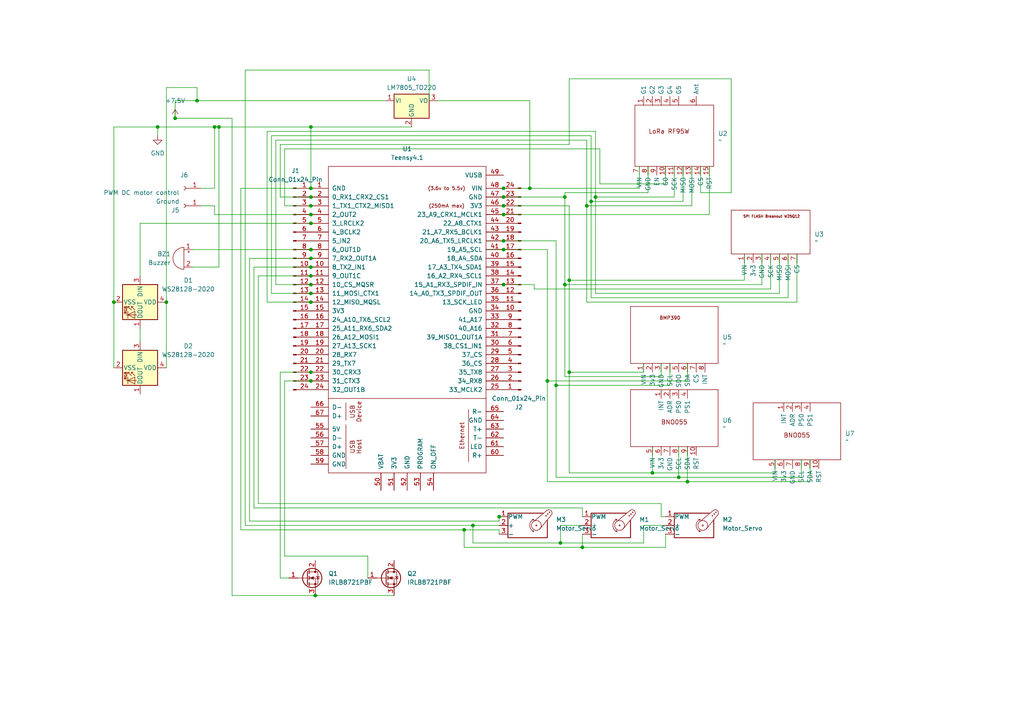
<source format=kicad_sch>
(kicad_sch
	(version 20231120)
	(generator "eeschema")
	(generator_version "8.0")
	(uuid "3412a484-1203-4a0f-bcc1-bd929029440c")
	(paper "A4")
	(lib_symbols
		(symbol "BNO9DOFIMU:BNO055"
			(exclude_from_sim no)
			(in_bom yes)
			(on_board yes)
			(property "Reference" "U6"
				(at 13.97 0.0001 0)
				(effects
					(font
						(size 1.27 1.27)
					)
					(justify left)
				)
			)
			(property "Value" "~"
				(at 13.97 -1.905 0)
				(effects
					(font
						(size 1.27 1.27)
					)
					(justify left)
				)
			)
			(property "Footprint" ""
				(at 0 0 0)
				(effects
					(font
						(size 1.27 1.27)
					)
					(hide yes)
				)
			)
			(property "Datasheet" ""
				(at 0 0 0)
				(effects
					(font
						(size 1.27 1.27)
					)
					(hide yes)
				)
			)
			(property "Description" ""
				(at 0 0 0)
				(effects
					(font
						(size 1.27 1.27)
					)
					(hide yes)
				)
			)
			(symbol "BNO055_0_1"
				(rectangle
					(start -12.7 8.89)
					(end 12.7 -7.62)
					(stroke
						(width 0)
						(type default)
					)
					(fill
						(type none)
					)
				)
			)
			(symbol "BNO055_1_1"
				(text "BNO055"
					(at 0 -0.508 0)
					(effects
						(font
							(size 1.27 1.27)
						)
					)
				)
				(pin bidirectional line
					(at -3.81 8.89 270)
					(length 2.54)
					(name "INT"
						(effects
							(font
								(size 1.27 1.27)
							)
						)
					)
					(number "1"
						(effects
							(font
								(size 1.27 1.27)
							)
						)
					)
				)
				(pin bidirectional line
					(at 6.35 -7.62 270)
					(length 2.54)
					(name "RST"
						(effects
							(font
								(size 1.27 1.27)
							)
						)
					)
					(number "10"
						(effects
							(font
								(size 1.27 1.27)
							)
						)
					)
				)
				(pin bidirectional line
					(at -1.27 8.89 270)
					(length 2.54)
					(name "ADR"
						(effects
							(font
								(size 1.27 1.27)
							)
						)
					)
					(number "2"
						(effects
							(font
								(size 1.27 1.27)
							)
						)
					)
				)
				(pin bidirectional line
					(at 1.27 8.89 270)
					(length 2.54)
					(name "PS0"
						(effects
							(font
								(size 1.27 1.27)
							)
						)
					)
					(number "3"
						(effects
							(font
								(size 1.27 1.27)
							)
						)
					)
				)
				(pin bidirectional line
					(at 3.81 8.89 270)
					(length 2.54)
					(name "PS1"
						(effects
							(font
								(size 1.27 1.27)
							)
						)
					)
					(number "4"
						(effects
							(font
								(size 1.27 1.27)
							)
						)
					)
				)
				(pin power_in line
					(at -6.35 -7.62 270)
					(length 2.54)
					(name "VIN"
						(effects
							(font
								(size 1.27 1.27)
							)
						)
					)
					(number "5"
						(effects
							(font
								(size 1.27 1.27)
							)
						)
					)
				)
				(pin power_in line
					(at -3.81 -7.62 270)
					(length 2.54)
					(name "3v3"
						(effects
							(font
								(size 1.27 1.27)
							)
						)
					)
					(number "6"
						(effects
							(font
								(size 1.27 1.27)
							)
						)
					)
				)
				(pin power_out line
					(at -1.27 -7.62 270)
					(length 2.54)
					(name "GND"
						(effects
							(font
								(size 1.27 1.27)
							)
						)
					)
					(number "7"
						(effects
							(font
								(size 1.27 1.27)
							)
						)
					)
				)
				(pin bidirectional line
					(at 1.27 -7.62 270)
					(length 2.54)
					(name "SCL"
						(effects
							(font
								(size 1.27 1.27)
							)
						)
					)
					(number "8"
						(effects
							(font
								(size 1.27 1.27)
							)
						)
					)
				)
				(pin bidirectional line
					(at 3.81 -7.62 270)
					(length 2.54)
					(name "SDA"
						(effects
							(font
								(size 1.27 1.27)
							)
						)
					)
					(number "9"
						(effects
							(font
								(size 1.27 1.27)
							)
						)
					)
				)
			)
		)
		(symbol "BarametricPressSensor:BMP390"
			(exclude_from_sim no)
			(in_bom yes)
			(on_board yes)
			(property "Reference" "U"
				(at 0 0 0)
				(effects
					(font
						(size 1.27 1.27)
					)
				)
			)
			(property "Value" ""
				(at 0 0 0)
				(effects
					(font
						(size 1.27 1.27)
					)
				)
			)
			(property "Footprint" ""
				(at 0 0 0)
				(effects
					(font
						(size 1.27 1.27)
					)
					(hide yes)
				)
			)
			(property "Datasheet" ""
				(at 0 0 0)
				(effects
					(font
						(size 1.27 1.27)
					)
					(hide yes)
				)
			)
			(property "Description" ""
				(at 0 0 0)
				(effects
					(font
						(size 1.27 1.27)
					)
					(hide yes)
				)
			)
			(symbol "BMP390_0_1"
				(rectangle
					(start -11.43 10.16)
					(end 13.97 -6.35)
					(stroke
						(width 0)
						(type default)
					)
					(fill
						(type none)
					)
				)
			)
			(symbol "BMP390_1_1"
				(text "BMP390"
					(at 0 6.858 0)
					(effects
						(font
							(size 1 1)
						)
					)
				)
				(pin power_in line
					(at -7.62 -6.35 270)
					(length 2.54)
					(name "VIN"
						(effects
							(font
								(size 1.27 1.27)
							)
						)
					)
					(number "1"
						(effects
							(font
								(size 1.27 1.27)
							)
						)
					)
				)
				(pin power_in line
					(at -5.08 -6.35 270)
					(length 2.54)
					(name "3v3"
						(effects
							(font
								(size 1.27 1.27)
							)
						)
					)
					(number "2"
						(effects
							(font
								(size 1.27 1.27)
							)
						)
					)
				)
				(pin power_out line
					(at -2.54 -6.35 270)
					(length 2.54)
					(name "GND"
						(effects
							(font
								(size 1.27 1.27)
							)
						)
					)
					(number "3"
						(effects
							(font
								(size 1.27 1.27)
							)
						)
					)
				)
				(pin bidirectional line
					(at 0 -6.35 270)
					(length 2.54)
					(name "SCL"
						(effects
							(font
								(size 1.27 1.27)
							)
						)
					)
					(number "4"
						(effects
							(font
								(size 1.27 1.27)
							)
						)
					)
				)
				(pin bidirectional line
					(at 2.54 -6.35 270)
					(length 2.54)
					(name "SDO"
						(effects
							(font
								(size 1.27 1.27)
							)
						)
					)
					(number "5"
						(effects
							(font
								(size 1.27 1.27)
							)
						)
					)
				)
				(pin bidirectional line
					(at 5.08 -6.35 270)
					(length 2.54)
					(name "SDA"
						(effects
							(font
								(size 1.27 1.27)
							)
						)
					)
					(number "6"
						(effects
							(font
								(size 1.27 1.27)
							)
						)
					)
				)
				(pin bidirectional line
					(at 7.62 -6.35 270)
					(length 2.54)
					(name "CS"
						(effects
							(font
								(size 1.27 1.27)
							)
						)
					)
					(number "7"
						(effects
							(font
								(size 1.27 1.27)
							)
						)
					)
				)
				(pin bidirectional line
					(at 10.16 -6.35 270)
					(length 2.54)
					(name "INT"
						(effects
							(font
								(size 1.27 1.27)
							)
						)
					)
					(number "8"
						(effects
							(font
								(size 1.27 1.27)
							)
						)
					)
				)
			)
		)
		(symbol "Connector:Conn_01x01_Socket"
			(pin_names
				(offset 1.016) hide)
			(exclude_from_sim no)
			(in_bom yes)
			(on_board yes)
			(property "Reference" "J"
				(at 0 2.54 0)
				(effects
					(font
						(size 1.27 1.27)
					)
				)
			)
			(property "Value" "Conn_01x01_Socket"
				(at 0 -2.54 0)
				(effects
					(font
						(size 1.27 1.27)
					)
				)
			)
			(property "Footprint" ""
				(at 0 0 0)
				(effects
					(font
						(size 1.27 1.27)
					)
					(hide yes)
				)
			)
			(property "Datasheet" "~"
				(at 0 0 0)
				(effects
					(font
						(size 1.27 1.27)
					)
					(hide yes)
				)
			)
			(property "Description" "Generic connector, single row, 01x01, script generated"
				(at 0 0 0)
				(effects
					(font
						(size 1.27 1.27)
					)
					(hide yes)
				)
			)
			(property "ki_locked" ""
				(at 0 0 0)
				(effects
					(font
						(size 1.27 1.27)
					)
				)
			)
			(property "ki_keywords" "connector"
				(at 0 0 0)
				(effects
					(font
						(size 1.27 1.27)
					)
					(hide yes)
				)
			)
			(property "ki_fp_filters" "Connector*:*_1x??_*"
				(at 0 0 0)
				(effects
					(font
						(size 1.27 1.27)
					)
					(hide yes)
				)
			)
			(symbol "Conn_01x01_Socket_1_1"
				(polyline
					(pts
						(xy -1.27 0) (xy -0.508 0)
					)
					(stroke
						(width 0.1524)
						(type default)
					)
					(fill
						(type none)
					)
				)
				(arc
					(start 0 0.508)
					(mid -0.5058 0)
					(end 0 -0.508)
					(stroke
						(width 0.1524)
						(type default)
					)
					(fill
						(type none)
					)
				)
				(pin passive line
					(at -5.08 0 0)
					(length 3.81)
					(name "Pin_1"
						(effects
							(font
								(size 1.27 1.27)
							)
						)
					)
					(number "1"
						(effects
							(font
								(size 1.27 1.27)
							)
						)
					)
				)
			)
		)
		(symbol "Connector:Conn_01x24_Pin"
			(pin_names
				(offset 1.016) hide)
			(exclude_from_sim no)
			(in_bom yes)
			(on_board yes)
			(property "Reference" "J"
				(at 0 30.48 0)
				(effects
					(font
						(size 1.27 1.27)
					)
				)
			)
			(property "Value" "Conn_01x24_Pin"
				(at 0 -33.02 0)
				(effects
					(font
						(size 1.27 1.27)
					)
				)
			)
			(property "Footprint" ""
				(at 0 0 0)
				(effects
					(font
						(size 1.27 1.27)
					)
					(hide yes)
				)
			)
			(property "Datasheet" "~"
				(at 0 0 0)
				(effects
					(font
						(size 1.27 1.27)
					)
					(hide yes)
				)
			)
			(property "Description" "Generic connector, single row, 01x24, script generated"
				(at 0 0 0)
				(effects
					(font
						(size 1.27 1.27)
					)
					(hide yes)
				)
			)
			(property "ki_locked" ""
				(at 0 0 0)
				(effects
					(font
						(size 1.27 1.27)
					)
				)
			)
			(property "ki_keywords" "connector"
				(at 0 0 0)
				(effects
					(font
						(size 1.27 1.27)
					)
					(hide yes)
				)
			)
			(property "ki_fp_filters" "Connector*:*_1x??_*"
				(at 0 0 0)
				(effects
					(font
						(size 1.27 1.27)
					)
					(hide yes)
				)
			)
			(symbol "Conn_01x24_Pin_1_1"
				(polyline
					(pts
						(xy 1.27 -30.48) (xy 0.8636 -30.48)
					)
					(stroke
						(width 0.1524)
						(type default)
					)
					(fill
						(type none)
					)
				)
				(polyline
					(pts
						(xy 1.27 -27.94) (xy 0.8636 -27.94)
					)
					(stroke
						(width 0.1524)
						(type default)
					)
					(fill
						(type none)
					)
				)
				(polyline
					(pts
						(xy 1.27 -25.4) (xy 0.8636 -25.4)
					)
					(stroke
						(width 0.1524)
						(type default)
					)
					(fill
						(type none)
					)
				)
				(polyline
					(pts
						(xy 1.27 -22.86) (xy 0.8636 -22.86)
					)
					(stroke
						(width 0.1524)
						(type default)
					)
					(fill
						(type none)
					)
				)
				(polyline
					(pts
						(xy 1.27 -20.32) (xy 0.8636 -20.32)
					)
					(stroke
						(width 0.1524)
						(type default)
					)
					(fill
						(type none)
					)
				)
				(polyline
					(pts
						(xy 1.27 -17.78) (xy 0.8636 -17.78)
					)
					(stroke
						(width 0.1524)
						(type default)
					)
					(fill
						(type none)
					)
				)
				(polyline
					(pts
						(xy 1.27 -15.24) (xy 0.8636 -15.24)
					)
					(stroke
						(width 0.1524)
						(type default)
					)
					(fill
						(type none)
					)
				)
				(polyline
					(pts
						(xy 1.27 -12.7) (xy 0.8636 -12.7)
					)
					(stroke
						(width 0.1524)
						(type default)
					)
					(fill
						(type none)
					)
				)
				(polyline
					(pts
						(xy 1.27 -10.16) (xy 0.8636 -10.16)
					)
					(stroke
						(width 0.1524)
						(type default)
					)
					(fill
						(type none)
					)
				)
				(polyline
					(pts
						(xy 1.27 -7.62) (xy 0.8636 -7.62)
					)
					(stroke
						(width 0.1524)
						(type default)
					)
					(fill
						(type none)
					)
				)
				(polyline
					(pts
						(xy 1.27 -5.08) (xy 0.8636 -5.08)
					)
					(stroke
						(width 0.1524)
						(type default)
					)
					(fill
						(type none)
					)
				)
				(polyline
					(pts
						(xy 1.27 -2.54) (xy 0.8636 -2.54)
					)
					(stroke
						(width 0.1524)
						(type default)
					)
					(fill
						(type none)
					)
				)
				(polyline
					(pts
						(xy 1.27 0) (xy 0.8636 0)
					)
					(stroke
						(width 0.1524)
						(type default)
					)
					(fill
						(type none)
					)
				)
				(polyline
					(pts
						(xy 1.27 2.54) (xy 0.8636 2.54)
					)
					(stroke
						(width 0.1524)
						(type default)
					)
					(fill
						(type none)
					)
				)
				(polyline
					(pts
						(xy 1.27 5.08) (xy 0.8636 5.08)
					)
					(stroke
						(width 0.1524)
						(type default)
					)
					(fill
						(type none)
					)
				)
				(polyline
					(pts
						(xy 1.27 7.62) (xy 0.8636 7.62)
					)
					(stroke
						(width 0.1524)
						(type default)
					)
					(fill
						(type none)
					)
				)
				(polyline
					(pts
						(xy 1.27 10.16) (xy 0.8636 10.16)
					)
					(stroke
						(width 0.1524)
						(type default)
					)
					(fill
						(type none)
					)
				)
				(polyline
					(pts
						(xy 1.27 12.7) (xy 0.8636 12.7)
					)
					(stroke
						(width 0.1524)
						(type default)
					)
					(fill
						(type none)
					)
				)
				(polyline
					(pts
						(xy 1.27 15.24) (xy 0.8636 15.24)
					)
					(stroke
						(width 0.1524)
						(type default)
					)
					(fill
						(type none)
					)
				)
				(polyline
					(pts
						(xy 1.27 17.78) (xy 0.8636 17.78)
					)
					(stroke
						(width 0.1524)
						(type default)
					)
					(fill
						(type none)
					)
				)
				(polyline
					(pts
						(xy 1.27 20.32) (xy 0.8636 20.32)
					)
					(stroke
						(width 0.1524)
						(type default)
					)
					(fill
						(type none)
					)
				)
				(polyline
					(pts
						(xy 1.27 22.86) (xy 0.8636 22.86)
					)
					(stroke
						(width 0.1524)
						(type default)
					)
					(fill
						(type none)
					)
				)
				(polyline
					(pts
						(xy 1.27 25.4) (xy 0.8636 25.4)
					)
					(stroke
						(width 0.1524)
						(type default)
					)
					(fill
						(type none)
					)
				)
				(polyline
					(pts
						(xy 1.27 27.94) (xy 0.8636 27.94)
					)
					(stroke
						(width 0.1524)
						(type default)
					)
					(fill
						(type none)
					)
				)
				(rectangle
					(start 0.8636 -30.353)
					(end 0 -30.607)
					(stroke
						(width 0.1524)
						(type default)
					)
					(fill
						(type outline)
					)
				)
				(rectangle
					(start 0.8636 -27.813)
					(end 0 -28.067)
					(stroke
						(width 0.1524)
						(type default)
					)
					(fill
						(type outline)
					)
				)
				(rectangle
					(start 0.8636 -25.273)
					(end 0 -25.527)
					(stroke
						(width 0.1524)
						(type default)
					)
					(fill
						(type outline)
					)
				)
				(rectangle
					(start 0.8636 -22.733)
					(end 0 -22.987)
					(stroke
						(width 0.1524)
						(type default)
					)
					(fill
						(type outline)
					)
				)
				(rectangle
					(start 0.8636 -20.193)
					(end 0 -20.447)
					(stroke
						(width 0.1524)
						(type default)
					)
					(fill
						(type outline)
					)
				)
				(rectangle
					(start 0.8636 -17.653)
					(end 0 -17.907)
					(stroke
						(width 0.1524)
						(type default)
					)
					(fill
						(type outline)
					)
				)
				(rectangle
					(start 0.8636 -15.113)
					(end 0 -15.367)
					(stroke
						(width 0.1524)
						(type default)
					)
					(fill
						(type outline)
					)
				)
				(rectangle
					(start 0.8636 -12.573)
					(end 0 -12.827)
					(stroke
						(width 0.1524)
						(type default)
					)
					(fill
						(type outline)
					)
				)
				(rectangle
					(start 0.8636 -10.033)
					(end 0 -10.287)
					(stroke
						(width 0.1524)
						(type default)
					)
					(fill
						(type outline)
					)
				)
				(rectangle
					(start 0.8636 -7.493)
					(end 0 -7.747)
					(stroke
						(width 0.1524)
						(type default)
					)
					(fill
						(type outline)
					)
				)
				(rectangle
					(start 0.8636 -4.953)
					(end 0 -5.207)
					(stroke
						(width 0.1524)
						(type default)
					)
					(fill
						(type outline)
					)
				)
				(rectangle
					(start 0.8636 -2.413)
					(end 0 -2.667)
					(stroke
						(width 0.1524)
						(type default)
					)
					(fill
						(type outline)
					)
				)
				(rectangle
					(start 0.8636 0.127)
					(end 0 -0.127)
					(stroke
						(width 0.1524)
						(type default)
					)
					(fill
						(type outline)
					)
				)
				(rectangle
					(start 0.8636 2.667)
					(end 0 2.413)
					(stroke
						(width 0.1524)
						(type default)
					)
					(fill
						(type outline)
					)
				)
				(rectangle
					(start 0.8636 5.207)
					(end 0 4.953)
					(stroke
						(width 0.1524)
						(type default)
					)
					(fill
						(type outline)
					)
				)
				(rectangle
					(start 0.8636 7.747)
					(end 0 7.493)
					(stroke
						(width 0.1524)
						(type default)
					)
					(fill
						(type outline)
					)
				)
				(rectangle
					(start 0.8636 10.287)
					(end 0 10.033)
					(stroke
						(width 0.1524)
						(type default)
					)
					(fill
						(type outline)
					)
				)
				(rectangle
					(start 0.8636 12.827)
					(end 0 12.573)
					(stroke
						(width 0.1524)
						(type default)
					)
					(fill
						(type outline)
					)
				)
				(rectangle
					(start 0.8636 15.367)
					(end 0 15.113)
					(stroke
						(width 0.1524)
						(type default)
					)
					(fill
						(type outline)
					)
				)
				(rectangle
					(start 0.8636 17.907)
					(end 0 17.653)
					(stroke
						(width 0.1524)
						(type default)
					)
					(fill
						(type outline)
					)
				)
				(rectangle
					(start 0.8636 20.447)
					(end 0 20.193)
					(stroke
						(width 0.1524)
						(type default)
					)
					(fill
						(type outline)
					)
				)
				(rectangle
					(start 0.8636 22.987)
					(end 0 22.733)
					(stroke
						(width 0.1524)
						(type default)
					)
					(fill
						(type outline)
					)
				)
				(rectangle
					(start 0.8636 25.527)
					(end 0 25.273)
					(stroke
						(width 0.1524)
						(type default)
					)
					(fill
						(type outline)
					)
				)
				(rectangle
					(start 0.8636 28.067)
					(end 0 27.813)
					(stroke
						(width 0.1524)
						(type default)
					)
					(fill
						(type outline)
					)
				)
				(pin passive line
					(at 5.08 27.94 180)
					(length 3.81)
					(name "Pin_1"
						(effects
							(font
								(size 1.27 1.27)
							)
						)
					)
					(number "1"
						(effects
							(font
								(size 1.27 1.27)
							)
						)
					)
				)
				(pin passive line
					(at 5.08 5.08 180)
					(length 3.81)
					(name "Pin_10"
						(effects
							(font
								(size 1.27 1.27)
							)
						)
					)
					(number "10"
						(effects
							(font
								(size 1.27 1.27)
							)
						)
					)
				)
				(pin passive line
					(at 5.08 2.54 180)
					(length 3.81)
					(name "Pin_11"
						(effects
							(font
								(size 1.27 1.27)
							)
						)
					)
					(number "11"
						(effects
							(font
								(size 1.27 1.27)
							)
						)
					)
				)
				(pin passive line
					(at 5.08 0 180)
					(length 3.81)
					(name "Pin_12"
						(effects
							(font
								(size 1.27 1.27)
							)
						)
					)
					(number "12"
						(effects
							(font
								(size 1.27 1.27)
							)
						)
					)
				)
				(pin passive line
					(at 5.08 -2.54 180)
					(length 3.81)
					(name "Pin_13"
						(effects
							(font
								(size 1.27 1.27)
							)
						)
					)
					(number "13"
						(effects
							(font
								(size 1.27 1.27)
							)
						)
					)
				)
				(pin passive line
					(at 5.08 -5.08 180)
					(length 3.81)
					(name "Pin_14"
						(effects
							(font
								(size 1.27 1.27)
							)
						)
					)
					(number "14"
						(effects
							(font
								(size 1.27 1.27)
							)
						)
					)
				)
				(pin passive line
					(at 5.08 -7.62 180)
					(length 3.81)
					(name "Pin_15"
						(effects
							(font
								(size 1.27 1.27)
							)
						)
					)
					(number "15"
						(effects
							(font
								(size 1.27 1.27)
							)
						)
					)
				)
				(pin passive line
					(at 5.08 -10.16 180)
					(length 3.81)
					(name "Pin_16"
						(effects
							(font
								(size 1.27 1.27)
							)
						)
					)
					(number "16"
						(effects
							(font
								(size 1.27 1.27)
							)
						)
					)
				)
				(pin passive line
					(at 5.08 -12.7 180)
					(length 3.81)
					(name "Pin_17"
						(effects
							(font
								(size 1.27 1.27)
							)
						)
					)
					(number "17"
						(effects
							(font
								(size 1.27 1.27)
							)
						)
					)
				)
				(pin passive line
					(at 5.08 -15.24 180)
					(length 3.81)
					(name "Pin_18"
						(effects
							(font
								(size 1.27 1.27)
							)
						)
					)
					(number "18"
						(effects
							(font
								(size 1.27 1.27)
							)
						)
					)
				)
				(pin passive line
					(at 5.08 -17.78 180)
					(length 3.81)
					(name "Pin_19"
						(effects
							(font
								(size 1.27 1.27)
							)
						)
					)
					(number "19"
						(effects
							(font
								(size 1.27 1.27)
							)
						)
					)
				)
				(pin passive line
					(at 5.08 25.4 180)
					(length 3.81)
					(name "Pin_2"
						(effects
							(font
								(size 1.27 1.27)
							)
						)
					)
					(number "2"
						(effects
							(font
								(size 1.27 1.27)
							)
						)
					)
				)
				(pin passive line
					(at 5.08 -20.32 180)
					(length 3.81)
					(name "Pin_20"
						(effects
							(font
								(size 1.27 1.27)
							)
						)
					)
					(number "20"
						(effects
							(font
								(size 1.27 1.27)
							)
						)
					)
				)
				(pin passive line
					(at 5.08 -22.86 180)
					(length 3.81)
					(name "Pin_21"
						(effects
							(font
								(size 1.27 1.27)
							)
						)
					)
					(number "21"
						(effects
							(font
								(size 1.27 1.27)
							)
						)
					)
				)
				(pin passive line
					(at 5.08 -25.4 180)
					(length 3.81)
					(name "Pin_22"
						(effects
							(font
								(size 1.27 1.27)
							)
						)
					)
					(number "22"
						(effects
							(font
								(size 1.27 1.27)
							)
						)
					)
				)
				(pin passive line
					(at 5.08 -27.94 180)
					(length 3.81)
					(name "Pin_23"
						(effects
							(font
								(size 1.27 1.27)
							)
						)
					)
					(number "23"
						(effects
							(font
								(size 1.27 1.27)
							)
						)
					)
				)
				(pin passive line
					(at 5.08 -30.48 180)
					(length 3.81)
					(name "Pin_24"
						(effects
							(font
								(size 1.27 1.27)
							)
						)
					)
					(number "24"
						(effects
							(font
								(size 1.27 1.27)
							)
						)
					)
				)
				(pin passive line
					(at 5.08 22.86 180)
					(length 3.81)
					(name "Pin_3"
						(effects
							(font
								(size 1.27 1.27)
							)
						)
					)
					(number "3"
						(effects
							(font
								(size 1.27 1.27)
							)
						)
					)
				)
				(pin passive line
					(at 5.08 20.32 180)
					(length 3.81)
					(name "Pin_4"
						(effects
							(font
								(size 1.27 1.27)
							)
						)
					)
					(number "4"
						(effects
							(font
								(size 1.27 1.27)
							)
						)
					)
				)
				(pin passive line
					(at 5.08 17.78 180)
					(length 3.81)
					(name "Pin_5"
						(effects
							(font
								(size 1.27 1.27)
							)
						)
					)
					(number "5"
						(effects
							(font
								(size 1.27 1.27)
							)
						)
					)
				)
				(pin passive line
					(at 5.08 15.24 180)
					(length 3.81)
					(name "Pin_6"
						(effects
							(font
								(size 1.27 1.27)
							)
						)
					)
					(number "6"
						(effects
							(font
								(size 1.27 1.27)
							)
						)
					)
				)
				(pin passive line
					(at 5.08 12.7 180)
					(length 3.81)
					(name "Pin_7"
						(effects
							(font
								(size 1.27 1.27)
							)
						)
					)
					(number "7"
						(effects
							(font
								(size 1.27 1.27)
							)
						)
					)
				)
				(pin passive line
					(at 5.08 10.16 180)
					(length 3.81)
					(name "Pin_8"
						(effects
							(font
								(size 1.27 1.27)
							)
						)
					)
					(number "8"
						(effects
							(font
								(size 1.27 1.27)
							)
						)
					)
				)
				(pin passive line
					(at 5.08 7.62 180)
					(length 3.81)
					(name "Pin_9"
						(effects
							(font
								(size 1.27 1.27)
							)
						)
					)
					(number "9"
						(effects
							(font
								(size 1.27 1.27)
							)
						)
					)
				)
			)
		)
		(symbol "Device:Buzzer"
			(pin_names
				(offset 0.0254) hide)
			(exclude_from_sim no)
			(in_bom yes)
			(on_board yes)
			(property "Reference" "BZ"
				(at 3.81 1.27 0)
				(effects
					(font
						(size 1.27 1.27)
					)
					(justify left)
				)
			)
			(property "Value" "Buzzer"
				(at 3.81 -1.27 0)
				(effects
					(font
						(size 1.27 1.27)
					)
					(justify left)
				)
			)
			(property "Footprint" ""
				(at -0.635 2.54 90)
				(effects
					(font
						(size 1.27 1.27)
					)
					(hide yes)
				)
			)
			(property "Datasheet" "~"
				(at -0.635 2.54 90)
				(effects
					(font
						(size 1.27 1.27)
					)
					(hide yes)
				)
			)
			(property "Description" "Buzzer, polarized"
				(at 0 0 0)
				(effects
					(font
						(size 1.27 1.27)
					)
					(hide yes)
				)
			)
			(property "ki_keywords" "quartz resonator ceramic"
				(at 0 0 0)
				(effects
					(font
						(size 1.27 1.27)
					)
					(hide yes)
				)
			)
			(property "ki_fp_filters" "*Buzzer*"
				(at 0 0 0)
				(effects
					(font
						(size 1.27 1.27)
					)
					(hide yes)
				)
			)
			(symbol "Buzzer_0_1"
				(arc
					(start 0 -3.175)
					(mid 3.1612 0)
					(end 0 3.175)
					(stroke
						(width 0)
						(type default)
					)
					(fill
						(type none)
					)
				)
				(polyline
					(pts
						(xy -1.651 1.905) (xy -1.143 1.905)
					)
					(stroke
						(width 0)
						(type default)
					)
					(fill
						(type none)
					)
				)
				(polyline
					(pts
						(xy -1.397 2.159) (xy -1.397 1.651)
					)
					(stroke
						(width 0)
						(type default)
					)
					(fill
						(type none)
					)
				)
				(polyline
					(pts
						(xy 0 3.175) (xy 0 -3.175)
					)
					(stroke
						(width 0)
						(type default)
					)
					(fill
						(type none)
					)
				)
			)
			(symbol "Buzzer_1_1"
				(pin passive line
					(at -2.54 2.54 0)
					(length 2.54)
					(name "+"
						(effects
							(font
								(size 1.27 1.27)
							)
						)
					)
					(number "1"
						(effects
							(font
								(size 1.27 1.27)
							)
						)
					)
				)
				(pin passive line
					(at -2.54 -2.54 0)
					(length 2.54)
					(name "-"
						(effects
							(font
								(size 1.27 1.27)
							)
						)
					)
					(number "2"
						(effects
							(font
								(size 1.27 1.27)
							)
						)
					)
				)
			)
		)
		(symbol "LED:WS2812B-2020"
			(pin_names
				(offset 0.254)
			)
			(exclude_from_sim no)
			(in_bom yes)
			(on_board yes)
			(property "Reference" "D"
				(at 5.08 5.715 0)
				(effects
					(font
						(size 1.27 1.27)
					)
					(justify right bottom)
				)
			)
			(property "Value" "WS2812B-2020"
				(at 1.27 -5.715 0)
				(effects
					(font
						(size 1.27 1.27)
					)
					(justify left top)
				)
			)
			(property "Footprint" "LED_SMD:LED_WS2812B-2020_PLCC4_2.0x2.0mm"
				(at 1.27 -7.62 0)
				(effects
					(font
						(size 1.27 1.27)
					)
					(justify left top)
					(hide yes)
				)
			)
			(property "Datasheet" "https://cdn-shop.adafruit.com/product-files/4684/4684_WS2812B-2020_V1.3_EN.pdf"
				(at 2.54 -9.525 0)
				(effects
					(font
						(size 1.27 1.27)
					)
					(justify left top)
					(hide yes)
				)
			)
			(property "Description" "RGB LED with integrated controller, 2.0 x 2.0 mm, 12 mA"
				(at 0 0 0)
				(effects
					(font
						(size 1.27 1.27)
					)
					(hide yes)
				)
			)
			(property "ki_keywords" "RGB LED NeoPixel Nano addressable"
				(at 0 0 0)
				(effects
					(font
						(size 1.27 1.27)
					)
					(hide yes)
				)
			)
			(property "ki_fp_filters" "LED*WS2812*-2020_PLCC4*"
				(at 0 0 0)
				(effects
					(font
						(size 1.27 1.27)
					)
					(hide yes)
				)
			)
			(symbol "WS2812B-2020_0_0"
				(text "RGB"
					(at 2.286 -4.191 0)
					(effects
						(font
							(size 0.762 0.762)
						)
					)
				)
			)
			(symbol "WS2812B-2020_0_1"
				(polyline
					(pts
						(xy 1.27 -3.556) (xy 1.778 -3.556)
					)
					(stroke
						(width 0)
						(type default)
					)
					(fill
						(type none)
					)
				)
				(polyline
					(pts
						(xy 1.27 -2.54) (xy 1.778 -2.54)
					)
					(stroke
						(width 0)
						(type default)
					)
					(fill
						(type none)
					)
				)
				(polyline
					(pts
						(xy 4.699 -3.556) (xy 2.667 -3.556)
					)
					(stroke
						(width 0)
						(type default)
					)
					(fill
						(type none)
					)
				)
				(polyline
					(pts
						(xy 2.286 -2.54) (xy 1.27 -3.556) (xy 1.27 -3.048)
					)
					(stroke
						(width 0)
						(type default)
					)
					(fill
						(type none)
					)
				)
				(polyline
					(pts
						(xy 2.286 -1.524) (xy 1.27 -2.54) (xy 1.27 -2.032)
					)
					(stroke
						(width 0)
						(type default)
					)
					(fill
						(type none)
					)
				)
				(polyline
					(pts
						(xy 3.683 -1.016) (xy 3.683 -3.556) (xy 3.683 -4.064)
					)
					(stroke
						(width 0)
						(type default)
					)
					(fill
						(type none)
					)
				)
				(polyline
					(pts
						(xy 4.699 -1.524) (xy 2.667 -1.524) (xy 3.683 -3.556) (xy 4.699 -1.524)
					)
					(stroke
						(width 0)
						(type default)
					)
					(fill
						(type none)
					)
				)
				(rectangle
					(start 5.08 5.08)
					(end -5.08 -5.08)
					(stroke
						(width 0.254)
						(type default)
					)
					(fill
						(type background)
					)
				)
			)
			(symbol "WS2812B-2020_1_1"
				(pin output line
					(at 7.62 0 180)
					(length 2.54)
					(name "DOUT"
						(effects
							(font
								(size 1.27 1.27)
							)
						)
					)
					(number "1"
						(effects
							(font
								(size 1.27 1.27)
							)
						)
					)
				)
				(pin power_in line
					(at 0 -7.62 90)
					(length 2.54)
					(name "VSS"
						(effects
							(font
								(size 1.27 1.27)
							)
						)
					)
					(number "2"
						(effects
							(font
								(size 1.27 1.27)
							)
						)
					)
				)
				(pin input line
					(at -7.62 0 0)
					(length 2.54)
					(name "DIN"
						(effects
							(font
								(size 1.27 1.27)
							)
						)
					)
					(number "3"
						(effects
							(font
								(size 1.27 1.27)
							)
						)
					)
				)
				(pin power_in line
					(at 0 7.62 270)
					(length 2.54)
					(name "VDD"
						(effects
							(font
								(size 1.27 1.27)
							)
						)
					)
					(number "4"
						(effects
							(font
								(size 1.27 1.27)
							)
						)
					)
				)
			)
		)
		(symbol "LoRa_RF95:LoraRF95breakout"
			(exclude_from_sim no)
			(in_bom yes)
			(on_board yes)
			(property "Reference" "U"
				(at 0.254 1.524 0)
				(effects
					(font
						(size 1.27 1.27)
					)
				)
			)
			(property "Value" ""
				(at 0 0 0)
				(effects
					(font
						(size 1.27 1.27)
					)
				)
			)
			(property "Footprint" ""
				(at 0 0 0)
				(effects
					(font
						(size 1.27 1.27)
					)
					(hide yes)
				)
			)
			(property "Datasheet" ""
				(at 0 0 0)
				(effects
					(font
						(size 1.27 1.27)
					)
					(hide yes)
				)
			)
			(property "Description" ""
				(at 0 0 0)
				(effects
					(font
						(size 1.27 1.27)
					)
					(hide yes)
				)
			)
			(symbol "LoraRF95breakout_0_1"
				(rectangle
					(start -8.89 7.62)
					(end 13.97 -10.16)
					(stroke
						(width 0)
						(type default)
					)
					(fill
						(type none)
					)
				)
			)
			(symbol "LoraRF95breakout_1_1"
				(text "LoRa RF95W\n"
					(at 1.016 0 0)
					(effects
						(font
							(size 1.27 1.27)
						)
					)
				)
				(pin input line
					(at -6.35 7.62 90)
					(length 2.54)
					(name "G1"
						(effects
							(font
								(size 1.27 1.27)
							)
						)
					)
					(number "1"
						(effects
							(font
								(size 1.27 1.27)
							)
						)
					)
				)
				(pin input line
					(at 0 -10.16 270)
					(length 2.54)
					(name "G0"
						(effects
							(font
								(size 1.27 1.27)
							)
						)
					)
					(number "10"
						(effects
							(font
								(size 1.27 1.27)
							)
						)
					)
				)
				(pin bidirectional line
					(at 2.54 -10.16 270)
					(length 2.54)
					(name "SCK"
						(effects
							(font
								(size 1.27 1.27)
							)
						)
					)
					(number "11"
						(effects
							(font
								(size 1.27 1.27)
							)
						)
					)
				)
				(pin bidirectional line
					(at 5.08 -10.16 270)
					(length 2.54)
					(name "MISO"
						(effects
							(font
								(size 1.27 1.27)
							)
						)
					)
					(number "12"
						(effects
							(font
								(size 1.27 1.27)
							)
						)
					)
				)
				(pin bidirectional line
					(at 7.62 -10.16 270)
					(length 2.54)
					(name "MOSI"
						(effects
							(font
								(size 1.27 1.27)
							)
						)
					)
					(number "13"
						(effects
							(font
								(size 1.27 1.27)
							)
						)
					)
				)
				(pin bidirectional line
					(at 10.16 -10.16 270)
					(length 2.54)
					(name "CS"
						(effects
							(font
								(size 1.27 1.27)
							)
						)
					)
					(number "14"
						(effects
							(font
								(size 1.27 1.27)
							)
						)
					)
				)
				(pin input line
					(at 12.7 -10.16 270)
					(length 2.54)
					(name "RST"
						(effects
							(font
								(size 1.27 1.27)
							)
						)
					)
					(number "15"
						(effects
							(font
								(size 1.27 1.27)
							)
						)
					)
				)
				(pin input line
					(at -3.81 7.62 90)
					(length 2.54)
					(name "G2"
						(effects
							(font
								(size 1.27 1.27)
							)
						)
					)
					(number "2"
						(effects
							(font
								(size 1.27 1.27)
							)
						)
					)
				)
				(pin input line
					(at -1.27 7.62 90)
					(length 2.54)
					(name "G3"
						(effects
							(font
								(size 1.27 1.27)
							)
						)
					)
					(number "3"
						(effects
							(font
								(size 1.27 1.27)
							)
						)
					)
				)
				(pin input line
					(at 1.27 7.62 90)
					(length 2.54)
					(name "G4"
						(effects
							(font
								(size 1.27 1.27)
							)
						)
					)
					(number "4"
						(effects
							(font
								(size 1.27 1.27)
							)
						)
					)
				)
				(pin input line
					(at 3.81 7.62 90)
					(length 2.54)
					(name "G5"
						(effects
							(font
								(size 1.27 1.27)
							)
						)
					)
					(number "5"
						(effects
							(font
								(size 1.27 1.27)
							)
						)
					)
				)
				(pin bidirectional line
					(at 8.89 7.62 90)
					(length 2.54)
					(name "Ant"
						(effects
							(font
								(size 1.27 1.27)
							)
						)
					)
					(number "6"
						(effects
							(font
								(size 1.27 1.27)
							)
						)
					)
				)
				(pin power_in line
					(at -7.62 -10.16 270)
					(length 2.54)
					(name "VIN"
						(effects
							(font
								(size 1.27 1.27)
							)
						)
					)
					(number "7"
						(effects
							(font
								(size 1.27 1.27)
							)
						)
					)
				)
				(pin power_out line
					(at -5.08 -10.16 270)
					(length 2.54)
					(name "GND"
						(effects
							(font
								(size 1.27 1.27)
							)
						)
					)
					(number "8"
						(effects
							(font
								(size 1.27 1.27)
							)
						)
					)
				)
				(pin input line
					(at -2.54 -10.16 270)
					(length 2.54)
					(name "EN"
						(effects
							(font
								(size 1.27 1.27)
							)
						)
					)
					(number "9"
						(effects
							(font
								(size 1.27 1.27)
							)
						)
					)
				)
			)
		)
		(symbol "Motor:Motor_Servo"
			(pin_names
				(offset 0.0254)
			)
			(exclude_from_sim no)
			(in_bom yes)
			(on_board yes)
			(property "Reference" "M"
				(at -5.08 4.445 0)
				(effects
					(font
						(size 1.27 1.27)
					)
					(justify left)
				)
			)
			(property "Value" "Motor_Servo"
				(at -5.08 -4.064 0)
				(effects
					(font
						(size 1.27 1.27)
					)
					(justify left top)
				)
			)
			(property "Footprint" ""
				(at 0 -4.826 0)
				(effects
					(font
						(size 1.27 1.27)
					)
					(hide yes)
				)
			)
			(property "Datasheet" "http://forums.parallax.com/uploads/attachments/46831/74481.png"
				(at 0 -4.826 0)
				(effects
					(font
						(size 1.27 1.27)
					)
					(hide yes)
				)
			)
			(property "Description" "Servo Motor (Futaba, HiTec, JR connector)"
				(at 0 0 0)
				(effects
					(font
						(size 1.27 1.27)
					)
					(hide yes)
				)
			)
			(property "ki_keywords" "Servo Motor"
				(at 0 0 0)
				(effects
					(font
						(size 1.27 1.27)
					)
					(hide yes)
				)
			)
			(property "ki_fp_filters" "PinHeader*P2.54mm*"
				(at 0 0 0)
				(effects
					(font
						(size 1.27 1.27)
					)
					(hide yes)
				)
			)
			(symbol "Motor_Servo_0_1"
				(polyline
					(pts
						(xy 2.413 -1.778) (xy 2.032 -1.778)
					)
					(stroke
						(width 0)
						(type default)
					)
					(fill
						(type none)
					)
				)
				(polyline
					(pts
						(xy 2.413 -1.778) (xy 2.286 -1.397)
					)
					(stroke
						(width 0)
						(type default)
					)
					(fill
						(type none)
					)
				)
				(polyline
					(pts
						(xy 2.413 1.778) (xy 1.905 1.778)
					)
					(stroke
						(width 0)
						(type default)
					)
					(fill
						(type none)
					)
				)
				(polyline
					(pts
						(xy 2.413 1.778) (xy 2.286 1.397)
					)
					(stroke
						(width 0)
						(type default)
					)
					(fill
						(type none)
					)
				)
				(polyline
					(pts
						(xy 6.35 4.445) (xy 2.54 1.27)
					)
					(stroke
						(width 0)
						(type default)
					)
					(fill
						(type none)
					)
				)
				(polyline
					(pts
						(xy 7.62 3.175) (xy 4.191 -1.016)
					)
					(stroke
						(width 0)
						(type default)
					)
					(fill
						(type none)
					)
				)
				(polyline
					(pts
						(xy 5.08 3.556) (xy -5.08 3.556) (xy -5.08 -3.556) (xy 6.35 -3.556) (xy 6.35 1.524)
					)
					(stroke
						(width 0.254)
						(type default)
					)
					(fill
						(type none)
					)
				)
				(arc
					(start 2.413 1.778)
					(mid 1.2406 0)
					(end 2.413 -1.778)
					(stroke
						(width 0)
						(type default)
					)
					(fill
						(type none)
					)
				)
				(circle
					(center 3.175 0)
					(radius 0.1778)
					(stroke
						(width 0)
						(type default)
					)
					(fill
						(type none)
					)
				)
				(circle
					(center 3.175 0)
					(radius 1.4224)
					(stroke
						(width 0)
						(type default)
					)
					(fill
						(type none)
					)
				)
				(circle
					(center 5.969 2.794)
					(radius 0.127)
					(stroke
						(width 0)
						(type default)
					)
					(fill
						(type none)
					)
				)
				(circle
					(center 6.477 3.302)
					(radius 0.127)
					(stroke
						(width 0)
						(type default)
					)
					(fill
						(type none)
					)
				)
				(circle
					(center 6.985 3.81)
					(radius 0.127)
					(stroke
						(width 0)
						(type default)
					)
					(fill
						(type none)
					)
				)
				(arc
					(start 7.62 3.175)
					(mid 7.4485 4.2735)
					(end 6.35 4.445)
					(stroke
						(width 0)
						(type default)
					)
					(fill
						(type none)
					)
				)
			)
			(symbol "Motor_Servo_1_1"
				(pin passive line
					(at -7.62 2.54 0)
					(length 2.54)
					(name "PWM"
						(effects
							(font
								(size 1.27 1.27)
							)
						)
					)
					(number "1"
						(effects
							(font
								(size 1.27 1.27)
							)
						)
					)
				)
				(pin passive line
					(at -7.62 0 0)
					(length 2.54)
					(name "+"
						(effects
							(font
								(size 1.27 1.27)
							)
						)
					)
					(number "2"
						(effects
							(font
								(size 1.27 1.27)
							)
						)
					)
				)
				(pin passive line
					(at -7.62 -2.54 0)
					(length 2.54)
					(name "-"
						(effects
							(font
								(size 1.27 1.27)
							)
						)
					)
					(number "3"
						(effects
							(font
								(size 1.27 1.27)
							)
						)
					)
				)
			)
		)
		(symbol "Regulator_Linear:LM7805_TO220"
			(pin_names
				(offset 0.254)
			)
			(exclude_from_sim no)
			(in_bom yes)
			(on_board yes)
			(property "Reference" "U"
				(at -3.81 3.175 0)
				(effects
					(font
						(size 1.27 1.27)
					)
				)
			)
			(property "Value" "LM7805_TO220"
				(at 0 3.175 0)
				(effects
					(font
						(size 1.27 1.27)
					)
					(justify left)
				)
			)
			(property "Footprint" "Package_TO_SOT_THT:TO-220-3_Vertical"
				(at 0 5.715 0)
				(effects
					(font
						(size 1.27 1.27)
						(italic yes)
					)
					(hide yes)
				)
			)
			(property "Datasheet" "https://www.onsemi.cn/PowerSolutions/document/MC7800-D.PDF"
				(at 0 -1.27 0)
				(effects
					(font
						(size 1.27 1.27)
					)
					(hide yes)
				)
			)
			(property "Description" "Positive 1A 35V Linear Regulator, Fixed Output 5V, TO-220"
				(at 0 0 0)
				(effects
					(font
						(size 1.27 1.27)
					)
					(hide yes)
				)
			)
			(property "ki_keywords" "Voltage Regulator 1A Positive"
				(at 0 0 0)
				(effects
					(font
						(size 1.27 1.27)
					)
					(hide yes)
				)
			)
			(property "ki_fp_filters" "TO?220*"
				(at 0 0 0)
				(effects
					(font
						(size 1.27 1.27)
					)
					(hide yes)
				)
			)
			(symbol "LM7805_TO220_0_1"
				(rectangle
					(start -5.08 1.905)
					(end 5.08 -5.08)
					(stroke
						(width 0.254)
						(type default)
					)
					(fill
						(type background)
					)
				)
			)
			(symbol "LM7805_TO220_1_1"
				(pin power_in line
					(at -7.62 0 0)
					(length 2.54)
					(name "VI"
						(effects
							(font
								(size 1.27 1.27)
							)
						)
					)
					(number "1"
						(effects
							(font
								(size 1.27 1.27)
							)
						)
					)
				)
				(pin power_in line
					(at 0 -7.62 90)
					(length 2.54)
					(name "GND"
						(effects
							(font
								(size 1.27 1.27)
							)
						)
					)
					(number "2"
						(effects
							(font
								(size 1.27 1.27)
							)
						)
					)
				)
				(pin power_out line
					(at 7.62 0 180)
					(length 2.54)
					(name "VO"
						(effects
							(font
								(size 1.27 1.27)
							)
						)
					)
					(number "3"
						(effects
							(font
								(size 1.27 1.27)
							)
						)
					)
				)
			)
		)
		(symbol "SPIflashMem:SPI_FLASH_Breakout_W25Q12"
			(exclude_from_sim no)
			(in_bom yes)
			(on_board yes)
			(property "Reference" "U"
				(at 0 0 0)
				(effects
					(font
						(size 1.27 1.27)
					)
				)
			)
			(property "Value" ""
				(at 0 0 0)
				(effects
					(font
						(size 1.27 1.27)
					)
				)
			)
			(property "Footprint" ""
				(at 0 0 0)
				(effects
					(font
						(size 1.27 1.27)
					)
					(hide yes)
				)
			)
			(property "Datasheet" ""
				(at 0 0 0)
				(effects
					(font
						(size 1.27 1.27)
					)
					(hide yes)
				)
			)
			(property "Description" ""
				(at 0 0 0)
				(effects
					(font
						(size 1.27 1.27)
					)
					(hide yes)
				)
			)
			(symbol "SPI_FLASH_Breakout_W25Q12_0_1"
				(rectangle
					(start -12.7 6.35)
					(end 10.16 -6.35)
					(stroke
						(width 0)
						(type default)
					)
					(fill
						(type none)
					)
				)
			)
			(symbol "SPI_FLASH_Breakout_W25Q12_1_1"
				(text "SPI FLASH Breakout W25Q12\n"
					(at -1.016 4.572 0)
					(effects
						(font
							(size 0.75 0.75)
						)
					)
				)
				(pin power_in line
					(at -8.89 -6.35 270)
					(length 2.54)
					(name "VIN"
						(effects
							(font
								(size 1.27 1.27)
							)
						)
					)
					(number "1"
						(effects
							(font
								(size 1.27 1.27)
							)
						)
					)
				)
				(pin power_in line
					(at -6.35 -6.35 270)
					(length 2.54)
					(name "3v3"
						(effects
							(font
								(size 1.27 1.27)
							)
						)
					)
					(number "2"
						(effects
							(font
								(size 1.27 1.27)
							)
						)
					)
				)
				(pin power_out line
					(at -3.81 -6.35 270)
					(length 2.54)
					(name "GND"
						(effects
							(font
								(size 1.27 1.27)
							)
						)
					)
					(number "3"
						(effects
							(font
								(size 1.27 1.27)
							)
						)
					)
				)
				(pin bidirectional line
					(at -1.27 -6.35 270)
					(length 2.54)
					(name "SCK"
						(effects
							(font
								(size 1.27 1.27)
							)
						)
					)
					(number "4"
						(effects
							(font
								(size 1.27 1.27)
							)
						)
					)
				)
				(pin bidirectional line
					(at 1.27 -6.35 270)
					(length 2.54)
					(name "MISO"
						(effects
							(font
								(size 1.27 1.27)
							)
						)
					)
					(number "5"
						(effects
							(font
								(size 1.27 1.27)
							)
						)
					)
				)
				(pin bidirectional line
					(at 3.81 -6.35 270)
					(length 2.54)
					(name "MOSI"
						(effects
							(font
								(size 1.27 1.27)
							)
						)
					)
					(number "6"
						(effects
							(font
								(size 1.27 1.27)
							)
						)
					)
				)
				(pin bidirectional line
					(at 6.35 -6.35 270)
					(length 2.54)
					(name "CS"
						(effects
							(font
								(size 1.27 1.27)
							)
						)
					)
					(number "7"
						(effects
							(font
								(size 1.27 1.27)
							)
						)
					)
				)
			)
		)
		(symbol "Transistor_FET:IRLB8721PBF"
			(pin_names hide)
			(exclude_from_sim no)
			(in_bom yes)
			(on_board yes)
			(property "Reference" "Q"
				(at 5.08 1.905 0)
				(effects
					(font
						(size 1.27 1.27)
					)
					(justify left)
				)
			)
			(property "Value" "IRLB8721PBF"
				(at 5.08 0 0)
				(effects
					(font
						(size 1.27 1.27)
					)
					(justify left)
				)
			)
			(property "Footprint" "Package_TO_SOT_THT:TO-220-3_Vertical"
				(at 5.08 -1.905 0)
				(effects
					(font
						(size 1.27 1.27)
						(italic yes)
					)
					(justify left)
					(hide yes)
				)
			)
			(property "Datasheet" "http://www.infineon.com/dgdl/irlb8721pbf.pdf?fileId=5546d462533600a40153566056732591"
				(at 5.08 -3.81 0)
				(effects
					(font
						(size 1.27 1.27)
					)
					(justify left)
					(hide yes)
				)
			)
			(property "Description" "62A Id, 30V Vds, 8.7 mOhm Rds, N-Channel HEXFET Power MOSFET, TO-220"
				(at 0 0 0)
				(effects
					(font
						(size 1.27 1.27)
					)
					(hide yes)
				)
			)
			(property "ki_keywords" "N-Channel HEXFET MOSFET Logic-Level"
				(at 0 0 0)
				(effects
					(font
						(size 1.27 1.27)
					)
					(hide yes)
				)
			)
			(property "ki_fp_filters" "TO?220*"
				(at 0 0 0)
				(effects
					(font
						(size 1.27 1.27)
					)
					(hide yes)
				)
			)
			(symbol "IRLB8721PBF_0_1"
				(polyline
					(pts
						(xy 0.254 0) (xy -2.54 0)
					)
					(stroke
						(width 0)
						(type default)
					)
					(fill
						(type none)
					)
				)
				(polyline
					(pts
						(xy 0.254 1.905) (xy 0.254 -1.905)
					)
					(stroke
						(width 0.254)
						(type default)
					)
					(fill
						(type none)
					)
				)
				(polyline
					(pts
						(xy 0.762 -1.27) (xy 0.762 -2.286)
					)
					(stroke
						(width 0.254)
						(type default)
					)
					(fill
						(type none)
					)
				)
				(polyline
					(pts
						(xy 0.762 0.508) (xy 0.762 -0.508)
					)
					(stroke
						(width 0.254)
						(type default)
					)
					(fill
						(type none)
					)
				)
				(polyline
					(pts
						(xy 0.762 2.286) (xy 0.762 1.27)
					)
					(stroke
						(width 0.254)
						(type default)
					)
					(fill
						(type none)
					)
				)
				(polyline
					(pts
						(xy 2.54 2.54) (xy 2.54 1.778)
					)
					(stroke
						(width 0)
						(type default)
					)
					(fill
						(type none)
					)
				)
				(polyline
					(pts
						(xy 2.54 -2.54) (xy 2.54 0) (xy 0.762 0)
					)
					(stroke
						(width 0)
						(type default)
					)
					(fill
						(type none)
					)
				)
				(polyline
					(pts
						(xy 0.762 -1.778) (xy 3.302 -1.778) (xy 3.302 1.778) (xy 0.762 1.778)
					)
					(stroke
						(width 0)
						(type default)
					)
					(fill
						(type none)
					)
				)
				(polyline
					(pts
						(xy 1.016 0) (xy 2.032 0.381) (xy 2.032 -0.381) (xy 1.016 0)
					)
					(stroke
						(width 0)
						(type default)
					)
					(fill
						(type outline)
					)
				)
				(polyline
					(pts
						(xy 2.794 0.508) (xy 2.921 0.381) (xy 3.683 0.381) (xy 3.81 0.254)
					)
					(stroke
						(width 0)
						(type default)
					)
					(fill
						(type none)
					)
				)
				(polyline
					(pts
						(xy 3.302 0.381) (xy 2.921 -0.254) (xy 3.683 -0.254) (xy 3.302 0.381)
					)
					(stroke
						(width 0)
						(type default)
					)
					(fill
						(type none)
					)
				)
				(circle
					(center 1.651 0)
					(radius 2.794)
					(stroke
						(width 0.254)
						(type default)
					)
					(fill
						(type none)
					)
				)
				(circle
					(center 2.54 -1.778)
					(radius 0.254)
					(stroke
						(width 0)
						(type default)
					)
					(fill
						(type outline)
					)
				)
				(circle
					(center 2.54 1.778)
					(radius 0.254)
					(stroke
						(width 0)
						(type default)
					)
					(fill
						(type outline)
					)
				)
			)
			(symbol "IRLB8721PBF_1_1"
				(pin input line
					(at -5.08 0 0)
					(length 2.54)
					(name "G"
						(effects
							(font
								(size 1.27 1.27)
							)
						)
					)
					(number "1"
						(effects
							(font
								(size 1.27 1.27)
							)
						)
					)
				)
				(pin passive line
					(at 2.54 5.08 270)
					(length 2.54)
					(name "D"
						(effects
							(font
								(size 1.27 1.27)
							)
						)
					)
					(number "2"
						(effects
							(font
								(size 1.27 1.27)
							)
						)
					)
				)
				(pin passive line
					(at 2.54 -5.08 90)
					(length 2.54)
					(name "S"
						(effects
							(font
								(size 1.27 1.27)
							)
						)
					)
					(number "3"
						(effects
							(font
								(size 1.27 1.27)
							)
						)
					)
				)
			)
		)
		(symbol "power:+7.5V"
			(power)
			(pin_numbers hide)
			(pin_names
				(offset 0) hide)
			(exclude_from_sim no)
			(in_bom yes)
			(on_board yes)
			(property "Reference" "#PWR"
				(at 0 -3.81 0)
				(effects
					(font
						(size 1.27 1.27)
					)
					(hide yes)
				)
			)
			(property "Value" "+7.5V"
				(at 0 3.556 0)
				(effects
					(font
						(size 1.27 1.27)
					)
				)
			)
			(property "Footprint" ""
				(at 0 0 0)
				(effects
					(font
						(size 1.27 1.27)
					)
					(hide yes)
				)
			)
			(property "Datasheet" ""
				(at 0 0 0)
				(effects
					(font
						(size 1.27 1.27)
					)
					(hide yes)
				)
			)
			(property "Description" "Power symbol creates a global label with name \"+7.5V\""
				(at 0 0 0)
				(effects
					(font
						(size 1.27 1.27)
					)
					(hide yes)
				)
			)
			(property "ki_keywords" "global power"
				(at 0 0 0)
				(effects
					(font
						(size 1.27 1.27)
					)
					(hide yes)
				)
			)
			(symbol "+7.5V_0_1"
				(polyline
					(pts
						(xy -0.762 1.27) (xy 0 2.54)
					)
					(stroke
						(width 0)
						(type default)
					)
					(fill
						(type none)
					)
				)
				(polyline
					(pts
						(xy 0 0) (xy 0 2.54)
					)
					(stroke
						(width 0)
						(type default)
					)
					(fill
						(type none)
					)
				)
				(polyline
					(pts
						(xy 0 2.54) (xy 0.762 1.27)
					)
					(stroke
						(width 0)
						(type default)
					)
					(fill
						(type none)
					)
				)
			)
			(symbol "+7.5V_1_1"
				(pin power_in line
					(at 0 0 90)
					(length 0)
					(name "~"
						(effects
							(font
								(size 1.27 1.27)
							)
						)
					)
					(number "1"
						(effects
							(font
								(size 1.27 1.27)
							)
						)
					)
				)
			)
		)
		(symbol "power:GND"
			(power)
			(pin_numbers hide)
			(pin_names
				(offset 0) hide)
			(exclude_from_sim no)
			(in_bom yes)
			(on_board yes)
			(property "Reference" "#PWR"
				(at 0 -6.35 0)
				(effects
					(font
						(size 1.27 1.27)
					)
					(hide yes)
				)
			)
			(property "Value" "GND"
				(at 0 -3.81 0)
				(effects
					(font
						(size 1.27 1.27)
					)
				)
			)
			(property "Footprint" ""
				(at 0 0 0)
				(effects
					(font
						(size 1.27 1.27)
					)
					(hide yes)
				)
			)
			(property "Datasheet" ""
				(at 0 0 0)
				(effects
					(font
						(size 1.27 1.27)
					)
					(hide yes)
				)
			)
			(property "Description" "Power symbol creates a global label with name \"GND\" , ground"
				(at 0 0 0)
				(effects
					(font
						(size 1.27 1.27)
					)
					(hide yes)
				)
			)
			(property "ki_keywords" "global power"
				(at 0 0 0)
				(effects
					(font
						(size 1.27 1.27)
					)
					(hide yes)
				)
			)
			(symbol "GND_0_1"
				(polyline
					(pts
						(xy 0 0) (xy 0 -1.27) (xy 1.27 -1.27) (xy 0 -2.54) (xy -1.27 -1.27) (xy 0 -1.27)
					)
					(stroke
						(width 0)
						(type default)
					)
					(fill
						(type none)
					)
				)
			)
			(symbol "GND_1_1"
				(pin power_in line
					(at 0 0 270)
					(length 0)
					(name "~"
						(effects
							(font
								(size 1.27 1.27)
							)
						)
					)
					(number "1"
						(effects
							(font
								(size 1.27 1.27)
							)
						)
					)
				)
			)
		)
		(symbol "teensy:Teensy4.1"
			(pin_names
				(offset 1.016)
			)
			(exclude_from_sim no)
			(in_bom yes)
			(on_board yes)
			(property "Reference" "U"
				(at 0 64.77 0)
				(effects
					(font
						(size 1.27 1.27)
					)
				)
			)
			(property "Value" "Teensy4.1"
				(at 0 62.23 0)
				(effects
					(font
						(size 1.27 1.27)
					)
				)
			)
			(property "Footprint" ""
				(at -10.16 10.16 0)
				(effects
					(font
						(size 1.27 1.27)
					)
					(hide yes)
				)
			)
			(property "Datasheet" ""
				(at -10.16 10.16 0)
				(effects
					(font
						(size 1.27 1.27)
					)
					(hide yes)
				)
			)
			(property "Description" ""
				(at 0 0 0)
				(effects
					(font
						(size 1.27 1.27)
					)
					(hide yes)
				)
			)
			(symbol "Teensy4.1_0_0"
				(polyline
					(pts
						(xy -22.86 -6.35) (xy 22.86 -6.35)
					)
					(stroke
						(width 0)
						(type solid)
					)
					(fill
						(type none)
					)
				)
				(polyline
					(pts
						(xy -17.78 -26.67) (xy -17.78 -13.97)
					)
					(stroke
						(width 0)
						(type solid)
					)
					(fill
						(type none)
					)
				)
				(polyline
					(pts
						(xy -17.78 -7.62) (xy -17.78 -12.7)
					)
					(stroke
						(width 0)
						(type solid)
					)
					(fill
						(type none)
					)
				)
				(polyline
					(pts
						(xy 17.78 -9.525) (xy 17.78 -24.765)
					)
					(stroke
						(width 0)
						(type solid)
					)
					(fill
						(type none)
					)
				)
				(text "(250mA max)"
					(at 11.43 49.53 0)
					(effects
						(font
							(size 1.016 1.016)
						)
					)
				)
				(text "(3.6v to 5.5v)"
					(at 11.43 54.61 0)
					(effects
						(font
							(size 1.016 1.016)
						)
					)
				)
				(text "Device"
					(at -13.97 -10.16 900)
					(effects
						(font
							(size 1.27 1.27)
						)
					)
				)
				(text "Ethernet"
					(at 15.875 -17.145 900)
					(effects
						(font
							(size 1.27 1.27)
						)
					)
				)
				(text "Host"
					(at -13.97 -20.32 900)
					(effects
						(font
							(size 1.27 1.27)
						)
					)
				)
				(text "USB"
					(at -15.875 -20.32 900)
					(effects
						(font
							(size 1.27 1.27)
						)
					)
				)
				(text "USB"
					(at -15.875 -10.16 900)
					(effects
						(font
							(size 1.27 1.27)
						)
					)
				)
				(pin bidirectional line
					(at -27.94 31.75 0)
					(length 5.08)
					(name "8_TX2_IN1"
						(effects
							(font
								(size 1.27 1.27)
							)
						)
					)
					(number "10"
						(effects
							(font
								(size 1.27 1.27)
							)
						)
					)
				)
				(pin bidirectional line
					(at -27.94 29.21 0)
					(length 5.08)
					(name "9_OUT1C"
						(effects
							(font
								(size 1.27 1.27)
							)
						)
					)
					(number "11"
						(effects
							(font
								(size 1.27 1.27)
							)
						)
					)
				)
				(pin bidirectional line
					(at -27.94 26.67 0)
					(length 5.08)
					(name "10_CS_MQSR"
						(effects
							(font
								(size 1.27 1.27)
							)
						)
					)
					(number "12"
						(effects
							(font
								(size 1.27 1.27)
							)
						)
					)
				)
				(pin bidirectional line
					(at -27.94 24.13 0)
					(length 5.08)
					(name "11_MOSI_CTX1"
						(effects
							(font
								(size 1.27 1.27)
							)
						)
					)
					(number "13"
						(effects
							(font
								(size 1.27 1.27)
							)
						)
					)
				)
				(pin bidirectional line
					(at -27.94 21.59 0)
					(length 5.08)
					(name "12_MISO_MQSL"
						(effects
							(font
								(size 1.27 1.27)
							)
						)
					)
					(number "14"
						(effects
							(font
								(size 1.27 1.27)
							)
						)
					)
				)
				(pin power_in line
					(at -27.94 19.05 0)
					(length 5.08)
					(name "3V3"
						(effects
							(font
								(size 1.27 1.27)
							)
						)
					)
					(number "15"
						(effects
							(font
								(size 1.27 1.27)
							)
						)
					)
				)
				(pin bidirectional line
					(at -27.94 16.51 0)
					(length 5.08)
					(name "24_A10_TX6_SCL2"
						(effects
							(font
								(size 1.27 1.27)
							)
						)
					)
					(number "16"
						(effects
							(font
								(size 1.27 1.27)
							)
						)
					)
				)
				(pin bidirectional line
					(at -27.94 13.97 0)
					(length 5.08)
					(name "25_A11_RX6_SDA2"
						(effects
							(font
								(size 1.27 1.27)
							)
						)
					)
					(number "17"
						(effects
							(font
								(size 1.27 1.27)
							)
						)
					)
				)
				(pin bidirectional line
					(at -27.94 11.43 0)
					(length 5.08)
					(name "26_A12_MOSI1"
						(effects
							(font
								(size 1.27 1.27)
							)
						)
					)
					(number "18"
						(effects
							(font
								(size 1.27 1.27)
							)
						)
					)
				)
				(pin bidirectional line
					(at -27.94 8.89 0)
					(length 5.08)
					(name "27_A13_SCK1"
						(effects
							(font
								(size 1.27 1.27)
							)
						)
					)
					(number "19"
						(effects
							(font
								(size 1.27 1.27)
							)
						)
					)
				)
				(pin bidirectional line
					(at -27.94 6.35 0)
					(length 5.08)
					(name "28_RX7"
						(effects
							(font
								(size 1.27 1.27)
							)
						)
					)
					(number "20"
						(effects
							(font
								(size 1.27 1.27)
							)
						)
					)
				)
				(pin bidirectional line
					(at -27.94 3.81 0)
					(length 5.08)
					(name "29_TX7"
						(effects
							(font
								(size 1.27 1.27)
							)
						)
					)
					(number "21"
						(effects
							(font
								(size 1.27 1.27)
							)
						)
					)
				)
				(pin bidirectional line
					(at -27.94 1.27 0)
					(length 5.08)
					(name "30_CRX3"
						(effects
							(font
								(size 1.27 1.27)
							)
						)
					)
					(number "22"
						(effects
							(font
								(size 1.27 1.27)
							)
						)
					)
				)
				(pin bidirectional line
					(at -27.94 -1.27 0)
					(length 5.08)
					(name "31_CTX3"
						(effects
							(font
								(size 1.27 1.27)
							)
						)
					)
					(number "23"
						(effects
							(font
								(size 1.27 1.27)
							)
						)
					)
				)
				(pin bidirectional line
					(at -27.94 -3.81 0)
					(length 5.08)
					(name "32_OUT1B"
						(effects
							(font
								(size 1.27 1.27)
							)
						)
					)
					(number "24"
						(effects
							(font
								(size 1.27 1.27)
							)
						)
					)
				)
				(pin bidirectional line
					(at 27.94 -3.81 180)
					(length 5.08)
					(name "33_MCLK2"
						(effects
							(font
								(size 1.27 1.27)
							)
						)
					)
					(number "25"
						(effects
							(font
								(size 1.27 1.27)
							)
						)
					)
				)
				(pin bidirectional line
					(at 27.94 -1.27 180)
					(length 5.08)
					(name "34_RX8"
						(effects
							(font
								(size 1.27 1.27)
							)
						)
					)
					(number "26"
						(effects
							(font
								(size 1.27 1.27)
							)
						)
					)
				)
				(pin bidirectional line
					(at 27.94 1.27 180)
					(length 5.08)
					(name "35_TX8"
						(effects
							(font
								(size 1.27 1.27)
							)
						)
					)
					(number "27"
						(effects
							(font
								(size 1.27 1.27)
							)
						)
					)
				)
				(pin bidirectional line
					(at 27.94 3.81 180)
					(length 5.08)
					(name "36_CS"
						(effects
							(font
								(size 1.27 1.27)
							)
						)
					)
					(number "28"
						(effects
							(font
								(size 1.27 1.27)
							)
						)
					)
				)
				(pin bidirectional line
					(at 27.94 6.35 180)
					(length 5.08)
					(name "37_CS"
						(effects
							(font
								(size 1.27 1.27)
							)
						)
					)
					(number "29"
						(effects
							(font
								(size 1.27 1.27)
							)
						)
					)
				)
				(pin bidirectional line
					(at 27.94 8.89 180)
					(length 5.08)
					(name "38_CS1_IN1"
						(effects
							(font
								(size 1.27 1.27)
							)
						)
					)
					(number "30"
						(effects
							(font
								(size 1.27 1.27)
							)
						)
					)
				)
				(pin bidirectional line
					(at 27.94 11.43 180)
					(length 5.08)
					(name "39_MISO1_OUT1A"
						(effects
							(font
								(size 1.27 1.27)
							)
						)
					)
					(number "31"
						(effects
							(font
								(size 1.27 1.27)
							)
						)
					)
				)
				(pin bidirectional line
					(at 27.94 13.97 180)
					(length 5.08)
					(name "40_A16"
						(effects
							(font
								(size 1.27 1.27)
							)
						)
					)
					(number "32"
						(effects
							(font
								(size 1.27 1.27)
							)
						)
					)
				)
				(pin bidirectional line
					(at 27.94 16.51 180)
					(length 5.08)
					(name "41_A17"
						(effects
							(font
								(size 1.27 1.27)
							)
						)
					)
					(number "33"
						(effects
							(font
								(size 1.27 1.27)
							)
						)
					)
				)
				(pin bidirectional line
					(at 27.94 21.59 180)
					(length 5.08)
					(name "13_SCK_LED"
						(effects
							(font
								(size 1.27 1.27)
							)
						)
					)
					(number "35"
						(effects
							(font
								(size 1.27 1.27)
							)
						)
					)
				)
				(pin bidirectional line
					(at 27.94 24.13 180)
					(length 5.08)
					(name "14_A0_TX3_SPDIF_OUT"
						(effects
							(font
								(size 1.27 1.27)
							)
						)
					)
					(number "36"
						(effects
							(font
								(size 1.27 1.27)
							)
						)
					)
				)
				(pin bidirectional line
					(at 27.94 26.67 180)
					(length 5.08)
					(name "15_A1_RX3_SPDIF_IN"
						(effects
							(font
								(size 1.27 1.27)
							)
						)
					)
					(number "37"
						(effects
							(font
								(size 1.27 1.27)
							)
						)
					)
				)
				(pin bidirectional line
					(at 27.94 29.21 180)
					(length 5.08)
					(name "16_A2_RX4_SCL1"
						(effects
							(font
								(size 1.27 1.27)
							)
						)
					)
					(number "38"
						(effects
							(font
								(size 1.27 1.27)
							)
						)
					)
				)
				(pin bidirectional line
					(at 27.94 31.75 180)
					(length 5.08)
					(name "17_A3_TX4_SDA1"
						(effects
							(font
								(size 1.27 1.27)
							)
						)
					)
					(number "39"
						(effects
							(font
								(size 1.27 1.27)
							)
						)
					)
				)
				(pin bidirectional line
					(at 27.94 34.29 180)
					(length 5.08)
					(name "18_A4_SDA"
						(effects
							(font
								(size 1.27 1.27)
							)
						)
					)
					(number "40"
						(effects
							(font
								(size 1.27 1.27)
							)
						)
					)
				)
				(pin bidirectional line
					(at 27.94 36.83 180)
					(length 5.08)
					(name "19_A5_SCL"
						(effects
							(font
								(size 1.27 1.27)
							)
						)
					)
					(number "41"
						(effects
							(font
								(size 1.27 1.27)
							)
						)
					)
				)
				(pin bidirectional line
					(at 27.94 39.37 180)
					(length 5.08)
					(name "20_A6_TX5_LRCLK1"
						(effects
							(font
								(size 1.27 1.27)
							)
						)
					)
					(number "42"
						(effects
							(font
								(size 1.27 1.27)
							)
						)
					)
				)
				(pin bidirectional line
					(at 27.94 41.91 180)
					(length 5.08)
					(name "21_A7_RX5_BCLK1"
						(effects
							(font
								(size 1.27 1.27)
							)
						)
					)
					(number "43"
						(effects
							(font
								(size 1.27 1.27)
							)
						)
					)
				)
				(pin bidirectional line
					(at 27.94 44.45 180)
					(length 5.08)
					(name "22_A8_CTX1"
						(effects
							(font
								(size 1.27 1.27)
							)
						)
					)
					(number "44"
						(effects
							(font
								(size 1.27 1.27)
							)
						)
					)
				)
				(pin bidirectional line
					(at 27.94 46.99 180)
					(length 5.08)
					(name "23_A9_CRX1_MCLK1"
						(effects
							(font
								(size 1.27 1.27)
							)
						)
					)
					(number "45"
						(effects
							(font
								(size 1.27 1.27)
							)
						)
					)
				)
				(pin output line
					(at 27.94 49.53 180)
					(length 5.08)
					(name "3V3"
						(effects
							(font
								(size 1.27 1.27)
							)
						)
					)
					(number "46"
						(effects
							(font
								(size 1.27 1.27)
							)
						)
					)
				)
				(pin output line
					(at 27.94 52.07 180)
					(length 5.08)
					(name "GND"
						(effects
							(font
								(size 1.27 1.27)
							)
						)
					)
					(number "47"
						(effects
							(font
								(size 1.27 1.27)
							)
						)
					)
				)
				(pin power_in line
					(at 27.94 54.61 180)
					(length 5.08)
					(name "VIN"
						(effects
							(font
								(size 1.27 1.27)
							)
						)
					)
					(number "48"
						(effects
							(font
								(size 1.27 1.27)
							)
						)
					)
				)
				(pin power_out line
					(at 27.94 58.42 180)
					(length 5.08)
					(name "VUSB"
						(effects
							(font
								(size 1.27 1.27)
							)
						)
					)
					(number "49"
						(effects
							(font
								(size 1.27 1.27)
							)
						)
					)
				)
				(pin bidirectional line
					(at -27.94 44.45 0)
					(length 5.08)
					(name "3_LRCLK2"
						(effects
							(font
								(size 1.27 1.27)
							)
						)
					)
					(number "5"
						(effects
							(font
								(size 1.27 1.27)
							)
						)
					)
				)
				(pin power_in line
					(at -7.62 -33.02 90)
					(length 5.08)
					(name "VBAT"
						(effects
							(font
								(size 1.27 1.27)
							)
						)
					)
					(number "50"
						(effects
							(font
								(size 1.27 1.27)
							)
						)
					)
				)
				(pin power_in line
					(at -3.81 -33.02 90)
					(length 5.08)
					(name "3V3"
						(effects
							(font
								(size 1.27 1.27)
							)
						)
					)
					(number "51"
						(effects
							(font
								(size 1.27 1.27)
							)
						)
					)
				)
				(pin input line
					(at 0 -33.02 90)
					(length 5.08)
					(name "GND"
						(effects
							(font
								(size 1.27 1.27)
							)
						)
					)
					(number "52"
						(effects
							(font
								(size 1.27 1.27)
							)
						)
					)
				)
				(pin input line
					(at 3.81 -33.02 90)
					(length 5.08)
					(name "PROGRAM"
						(effects
							(font
								(size 1.27 1.27)
							)
						)
					)
					(number "53"
						(effects
							(font
								(size 1.27 1.27)
							)
						)
					)
				)
				(pin input line
					(at 7.62 -33.02 90)
					(length 5.08)
					(name "ON_OFF"
						(effects
							(font
								(size 1.27 1.27)
							)
						)
					)
					(number "54"
						(effects
							(font
								(size 1.27 1.27)
							)
						)
					)
				)
				(pin power_out line
					(at -27.94 -15.24 0)
					(length 5.08)
					(name "5V"
						(effects
							(font
								(size 1.27 1.27)
							)
						)
					)
					(number "55"
						(effects
							(font
								(size 1.27 1.27)
							)
						)
					)
				)
				(pin bidirectional line
					(at -27.94 -17.78 0)
					(length 5.08)
					(name "D-"
						(effects
							(font
								(size 1.27 1.27)
							)
						)
					)
					(number "56"
						(effects
							(font
								(size 1.27 1.27)
							)
						)
					)
				)
				(pin bidirectional line
					(at -27.94 -20.32 0)
					(length 5.08)
					(name "D+"
						(effects
							(font
								(size 1.27 1.27)
							)
						)
					)
					(number "57"
						(effects
							(font
								(size 1.27 1.27)
							)
						)
					)
				)
				(pin power_in line
					(at -27.94 -22.86 0)
					(length 5.08)
					(name "GND"
						(effects
							(font
								(size 1.27 1.27)
							)
						)
					)
					(number "58"
						(effects
							(font
								(size 1.27 1.27)
							)
						)
					)
				)
				(pin power_in line
					(at -27.94 -25.4 0)
					(length 5.08)
					(name "GND"
						(effects
							(font
								(size 1.27 1.27)
							)
						)
					)
					(number "59"
						(effects
							(font
								(size 1.27 1.27)
							)
						)
					)
				)
				(pin bidirectional line
					(at -27.94 41.91 0)
					(length 5.08)
					(name "4_BCLK2"
						(effects
							(font
								(size 1.27 1.27)
							)
						)
					)
					(number "6"
						(effects
							(font
								(size 1.27 1.27)
							)
						)
					)
				)
				(pin bidirectional line
					(at 27.94 -22.86 180)
					(length 5.08)
					(name "R+"
						(effects
							(font
								(size 1.27 1.27)
							)
						)
					)
					(number "60"
						(effects
							(font
								(size 1.27 1.27)
							)
						)
					)
				)
				(pin bidirectional line
					(at 27.94 -20.32 180)
					(length 5.08)
					(name "LED"
						(effects
							(font
								(size 1.27 1.27)
							)
						)
					)
					(number "61"
						(effects
							(font
								(size 1.27 1.27)
							)
						)
					)
				)
				(pin bidirectional line
					(at 27.94 -17.78 180)
					(length 5.08)
					(name "T-"
						(effects
							(font
								(size 1.27 1.27)
							)
						)
					)
					(number "62"
						(effects
							(font
								(size 1.27 1.27)
							)
						)
					)
				)
				(pin bidirectional line
					(at 27.94 -15.24 180)
					(length 5.08)
					(name "T+"
						(effects
							(font
								(size 1.27 1.27)
							)
						)
					)
					(number "63"
						(effects
							(font
								(size 1.27 1.27)
							)
						)
					)
				)
				(pin power_in line
					(at 27.94 -12.7 180)
					(length 5.08)
					(name "GND"
						(effects
							(font
								(size 1.27 1.27)
							)
						)
					)
					(number "64"
						(effects
							(font
								(size 1.27 1.27)
							)
						)
					)
				)
				(pin bidirectional line
					(at 27.94 -10.16 180)
					(length 5.08)
					(name "R-"
						(effects
							(font
								(size 1.27 1.27)
							)
						)
					)
					(number "65"
						(effects
							(font
								(size 1.27 1.27)
							)
						)
					)
				)
				(pin bidirectional line
					(at -27.94 -8.89 0)
					(length 5.08)
					(name "D-"
						(effects
							(font
								(size 1.27 1.27)
							)
						)
					)
					(number "66"
						(effects
							(font
								(size 1.27 1.27)
							)
						)
					)
				)
				(pin bidirectional line
					(at -27.94 -11.43 0)
					(length 5.08)
					(name "D+"
						(effects
							(font
								(size 1.27 1.27)
							)
						)
					)
					(number "67"
						(effects
							(font
								(size 1.27 1.27)
							)
						)
					)
				)
				(pin bidirectional line
					(at -27.94 39.37 0)
					(length 5.08)
					(name "5_IN2"
						(effects
							(font
								(size 1.27 1.27)
							)
						)
					)
					(number "7"
						(effects
							(font
								(size 1.27 1.27)
							)
						)
					)
				)
				(pin bidirectional line
					(at -27.94 36.83 0)
					(length 5.08)
					(name "6_OUT1D"
						(effects
							(font
								(size 1.27 1.27)
							)
						)
					)
					(number "8"
						(effects
							(font
								(size 1.27 1.27)
							)
						)
					)
				)
				(pin bidirectional line
					(at -27.94 34.29 0)
					(length 5.08)
					(name "7_RX2_OUT1A"
						(effects
							(font
								(size 1.27 1.27)
							)
						)
					)
					(number "9"
						(effects
							(font
								(size 1.27 1.27)
							)
						)
					)
				)
			)
			(symbol "Teensy4.1_0_1"
				(rectangle
					(start -22.86 60.96)
					(end 22.86 -27.94)
					(stroke
						(width 0)
						(type solid)
					)
					(fill
						(type none)
					)
				)
				(rectangle
					(start -20.32 -1.27)
					(end -20.32 -1.27)
					(stroke
						(width 0)
						(type solid)
					)
					(fill
						(type none)
					)
				)
			)
			(symbol "Teensy4.1_1_1"
				(pin power_in line
					(at -27.94 54.61 0)
					(length 5.08)
					(name "GND"
						(effects
							(font
								(size 1.27 1.27)
							)
						)
					)
					(number "1"
						(effects
							(font
								(size 1.27 1.27)
							)
						)
					)
				)
				(pin bidirectional line
					(at -27.94 52.07 0)
					(length 5.08)
					(name "0_RX1_CRX2_CS1"
						(effects
							(font
								(size 1.27 1.27)
							)
						)
					)
					(number "2"
						(effects
							(font
								(size 1.27 1.27)
							)
						)
					)
				)
				(pin bidirectional line
					(at -27.94 49.53 0)
					(length 5.08)
					(name "1_TX1_CTX2_MISO1"
						(effects
							(font
								(size 1.27 1.27)
							)
						)
					)
					(number "3"
						(effects
							(font
								(size 1.27 1.27)
							)
						)
					)
				)
				(pin power_in line
					(at 27.94 19.05 180)
					(length 5.08)
					(name "GND"
						(effects
							(font
								(size 1.27 1.27)
							)
						)
					)
					(number "34"
						(effects
							(font
								(size 1.27 1.27)
							)
						)
					)
				)
				(pin bidirectional line
					(at -27.94 46.99 0)
					(length 5.08)
					(name "2_OUT2"
						(effects
							(font
								(size 1.27 1.27)
							)
						)
					)
					(number "4"
						(effects
							(font
								(size 1.27 1.27)
							)
						)
					)
				)
			)
		)
	)
	(junction
		(at 146.05 57.15)
		(diameter 0)
		(color 0 0 0 0)
		(uuid "018956ea-8495-475a-87fe-eccedc006d91")
	)
	(junction
		(at 90.17 107.95)
		(diameter 0)
		(color 0 0 0 0)
		(uuid "02aba540-e64c-41c0-997f-1cc4f780dd59")
	)
	(junction
		(at 165.1 81.28)
		(diameter 0)
		(color 0 0 0 0)
		(uuid "03d14ee7-f025-4525-9387-957193d16eb5")
	)
	(junction
		(at 90.17 57.15)
		(diameter 0)
		(color 0 0 0 0)
		(uuid "046a6a46-c83e-471a-a190-245cdf4ccf6c")
	)
	(junction
		(at 196.85 138.43)
		(diameter 0)
		(color 0 0 0 0)
		(uuid "0a830460-348c-4e36-8f74-c6882af82fee")
	)
	(junction
		(at 90.17 74.93)
		(diameter 0)
		(color 0 0 0 0)
		(uuid "12873560-1782-488a-91cd-f689d61639c9")
	)
	(junction
		(at 137.16 152.4)
		(diameter 0)
		(color 0 0 0 0)
		(uuid "14a8c3c9-94b4-47d1-b06e-56d38d872907")
	)
	(junction
		(at 90.17 54.61)
		(diameter 0)
		(color 0 0 0 0)
		(uuid "245b5351-ef81-4798-9cd0-b9f404edc694")
	)
	(junction
		(at 146.05 59.69)
		(diameter 0)
		(color 0 0 0 0)
		(uuid "2d650f29-3977-406a-9caf-a5c609f9ea29")
	)
	(junction
		(at 57.15 29.21)
		(diameter 0)
		(color 0 0 0 0)
		(uuid "31bddfc8-3e26-4480-b819-9547e8652154")
	)
	(junction
		(at 90.17 110.49)
		(diameter 0)
		(color 0 0 0 0)
		(uuid "3999c221-9597-4c09-bdf2-7e9f63a9bcc3")
	)
	(junction
		(at 162.56 157.48)
		(diameter 0)
		(color 0 0 0 0)
		(uuid "3d4a9bf5-5421-400f-8577-dcf53865e551")
	)
	(junction
		(at 91.44 172.72)
		(diameter 0)
		(color 0 0 0 0)
		(uuid "427fe64a-2dae-40e2-9bda-780ed5a71986")
	)
	(junction
		(at 90.17 80.01)
		(diameter 0)
		(color 0 0 0 0)
		(uuid "5098bd19-63c3-48be-b8ec-2810d802f1d1")
	)
	(junction
		(at 172.72 57.15)
		(diameter 0)
		(color 0 0 0 0)
		(uuid "51365ad8-23e6-46f7-bf3d-349a6f493f6f")
	)
	(junction
		(at 90.17 72.39)
		(diameter 0)
		(color 0 0 0 0)
		(uuid "51d51ad4-7ffb-470a-9aa5-c974fb08c18f")
	)
	(junction
		(at 189.23 137.16)
		(diameter 0)
		(color 0 0 0 0)
		(uuid "52dd655d-9ba4-428a-ba2f-4127de057ef8")
	)
	(junction
		(at 90.17 85.09)
		(diameter 0)
		(color 0 0 0 0)
		(uuid "62f2e27a-aef0-4a40-8c6f-7a1b1cdc7972")
	)
	(junction
		(at 146.05 82.55)
		(diameter 0)
		(color 0 0 0 0)
		(uuid "66868a21-545a-4f2f-9ab9-550c1c3e0b13")
	)
	(junction
		(at 153.67 54.61)
		(diameter 0)
		(color 0 0 0 0)
		(uuid "697a2e4f-ff23-492f-b7a2-68dfeede279f")
	)
	(junction
		(at 50.8 34.29)
		(diameter 0)
		(color 0 0 0 0)
		(uuid "6d54a36f-2cde-4818-8cf9-b97961ff7609")
	)
	(junction
		(at 199.39 139.7)
		(diameter 0)
		(color 0 0 0 0)
		(uuid "7a92423a-a079-4c0f-978d-99c28bba55c8")
	)
	(junction
		(at 62.23 36.83)
		(diameter 0)
		(color 0 0 0 0)
		(uuid "7aeeb6a4-4e01-4f4c-a3e2-53676acfb758")
	)
	(junction
		(at 171.45 58.42)
		(diameter 0)
		(color 0 0 0 0)
		(uuid "7bce174a-d4e4-4603-9cea-811dfee8b252")
	)
	(junction
		(at 146.05 69.85)
		(diameter 0)
		(color 0 0 0 0)
		(uuid "7fd82d9a-cbc8-4658-9ba6-b07b0c2785e7")
	)
	(junction
		(at 144.78 149.86)
		(diameter 0)
		(color 0 0 0 0)
		(uuid "7fdc6645-dfaf-4772-8b27-22cf52fc6db6")
	)
	(junction
		(at 90.17 62.23)
		(diameter 0)
		(color 0 0 0 0)
		(uuid "82abb6d8-aa31-4c2c-9d80-cabef81f5b8e")
	)
	(junction
		(at 90.17 87.63)
		(diameter 0)
		(color 0 0 0 0)
		(uuid "9039c07d-8b58-403e-8fc7-8242300eea77")
	)
	(junction
		(at 158.75 110.49)
		(diameter 0)
		(color 0 0 0 0)
		(uuid "919db30f-8b2b-4610-b350-b2d775387f56")
	)
	(junction
		(at 146.05 62.23)
		(diameter 0)
		(color 0 0 0 0)
		(uuid "92b2f2a6-769a-460b-89a8-13056b6e0b2c")
	)
	(junction
		(at 45.72 36.83)
		(diameter 0)
		(color 0 0 0 0)
		(uuid "93a46478-f3c1-43b3-b9c7-5f48bbad9827")
	)
	(junction
		(at 170.18 59.69)
		(diameter 0)
		(color 0 0 0 0)
		(uuid "95f699f5-54de-4c3b-974e-cd640fe92182")
	)
	(junction
		(at 90.17 59.69)
		(diameter 0)
		(color 0 0 0 0)
		(uuid "9900c9a6-8d50-40ac-990d-764aa84c4342")
	)
	(junction
		(at 33.02 87.63)
		(diameter 0)
		(color 0 0 0 0)
		(uuid "a57e68b3-a361-4e17-bbbf-e08bea75babc")
	)
	(junction
		(at 168.91 158.75)
		(diameter 0)
		(color 0 0 0 0)
		(uuid "a8c4bb46-7cc8-4909-983e-8bdf1df0a598")
	)
	(junction
		(at 163.83 57.15)
		(diameter 0)
		(color 0 0 0 0)
		(uuid "b0792968-f3ff-460a-8307-7911633ec1ea")
	)
	(junction
		(at 146.05 72.39)
		(diameter 0)
		(color 0 0 0 0)
		(uuid "b0a3c4c6-eaeb-4aef-9339-68c80202a83d")
	)
	(junction
		(at 90.17 82.55)
		(diameter 0)
		(color 0 0 0 0)
		(uuid "b7c8b17b-aaf3-43a9-8083-46d887f465d5")
	)
	(junction
		(at 165.1 107.95)
		(diameter 0)
		(color 0 0 0 0)
		(uuid "c1584f76-588b-489d-b570-9b2dffa41a1e")
	)
	(junction
		(at 90.17 77.47)
		(diameter 0)
		(color 0 0 0 0)
		(uuid "c2e4dd56-3a74-4408-ad82-0d44591db851")
	)
	(junction
		(at 163.83 82.55)
		(diameter 0)
		(color 0 0 0 0)
		(uuid "cf8f6284-8d81-448a-8899-93fcddf162f4")
	)
	(junction
		(at 90.17 64.77)
		(diameter 0)
		(color 0 0 0 0)
		(uuid "d0af0a2d-34f3-405b-969e-91310de939d2")
	)
	(junction
		(at 146.05 54.61)
		(diameter 0)
		(color 0 0 0 0)
		(uuid "d7708009-cef6-44ff-99c6-323d10bcec30")
	)
	(junction
		(at 63.5 36.83)
		(diameter 0)
		(color 0 0 0 0)
		(uuid "df9ef7d1-c7bd-42d2-8773-7ac62ba23126")
	)
	(junction
		(at 48.26 87.63)
		(diameter 0)
		(color 0 0 0 0)
		(uuid "e4bdc3a9-81a7-49ac-8e44-a15be0840029")
	)
	(junction
		(at 161.29 111.76)
		(diameter 0)
		(color 0 0 0 0)
		(uuid "ebc704ec-db72-479b-b2f7-c092481958b6")
	)
	(junction
		(at 90.17 36.83)
		(diameter 0)
		(color 0 0 0 0)
		(uuid "f2f54ac0-c882-4a2b-9204-1b52d665bb74")
	)
	(junction
		(at 134.62 153.67)
		(diameter 0)
		(color 0 0 0 0)
		(uuid "fc838060-8951-44fb-aa0c-e04bfe162c71")
	)
	(wire
		(pts
			(xy 199.39 129.54) (xy 199.39 139.7)
		)
		(stroke
			(width 0)
			(type default)
		)
		(uuid "0002b3a7-6285-42e8-8e4f-ac784f9c47eb")
	)
	(wire
		(pts
			(xy 191.77 105.41) (xy 191.77 109.22)
		)
		(stroke
			(width 0)
			(type default)
		)
		(uuid "0007ec57-ef19-459b-a770-ddd8e9b1acc3")
	)
	(wire
		(pts
			(xy 223.52 73.66) (xy 223.52 83.82)
		)
		(stroke
			(width 0)
			(type default)
		)
		(uuid "0098af46-0333-47d8-9de8-b0007d102da2")
	)
	(wire
		(pts
			(xy 50.8 29.21) (xy 57.15 29.21)
		)
		(stroke
			(width 0)
			(type default)
		)
		(uuid "064b1163-5647-468f-ac51-f7d7599a2640")
	)
	(wire
		(pts
			(xy 196.85 129.54) (xy 196.85 138.43)
		)
		(stroke
			(width 0)
			(type default)
		)
		(uuid "08ec9169-c674-4870-b344-e1c9d312a668")
	)
	(wire
		(pts
			(xy 200.66 48.26) (xy 200.66 59.69)
		)
		(stroke
			(width 0)
			(type default)
		)
		(uuid "0be80a28-adcb-4c4c-99dc-a236782ee9ad")
	)
	(wire
		(pts
			(xy 199.39 139.7) (xy 234.95 139.7)
		)
		(stroke
			(width 0)
			(type default)
		)
		(uuid "0dd9c64d-3693-4b47-8b2d-84d630fdcda3")
	)
	(wire
		(pts
			(xy 168.91 149.86) (xy 168.91 147.32)
		)
		(stroke
			(width 0)
			(type default)
		)
		(uuid "0e67b408-ca01-4d11-9f46-8458682eb013")
	)
	(wire
		(pts
			(xy 48.26 87.63) (xy 48.26 25.4)
		)
		(stroke
			(width 0)
			(type default)
		)
		(uuid "0fe5ddd1-627b-4744-8927-a874eac6374b")
	)
	(wire
		(pts
			(xy 195.58 48.26) (xy 195.58 57.15)
		)
		(stroke
			(width 0)
			(type default)
		)
		(uuid "123d9ed2-d602-47b5-842e-a8dac3cb2ee3")
	)
	(wire
		(pts
			(xy 168.91 147.32) (xy 73.66 147.32)
		)
		(stroke
			(width 0)
			(type default)
		)
		(uuid "134f852b-2d95-4e96-bc0e-361bb19ce69c")
	)
	(wire
		(pts
			(xy 168.91 158.75) (xy 193.04 158.75)
		)
		(stroke
			(width 0)
			(type default)
		)
		(uuid "1364f121-272e-4842-ad6f-1a9a849c1b06")
	)
	(wire
		(pts
			(xy 144.78 153.67) (xy 144.78 154.94)
		)
		(stroke
			(width 0)
			(type default)
		)
		(uuid "143c113e-64ab-4f8a-9990-3f1a03284297")
	)
	(wire
		(pts
			(xy 185.42 48.26) (xy 185.42 54.61)
		)
		(stroke
			(width 0)
			(type default)
		)
		(uuid "1542b5c9-1dc9-4df1-b9b2-07f0ccb0df17")
	)
	(wire
		(pts
			(xy 140.97 69.85) (xy 146.05 69.85)
		)
		(stroke
			(width 0)
			(type default)
		)
		(uuid "1602d9ca-e189-475c-ba58-c29f48a7d754")
	)
	(wire
		(pts
			(xy 171.45 39.37) (xy 171.45 58.42)
		)
		(stroke
			(width 0)
			(type default)
		)
		(uuid "172a3759-f2c6-403e-a77d-229deb5dd2e6")
	)
	(wire
		(pts
			(xy 55.88 72.39) (xy 90.17 72.39)
		)
		(stroke
			(width 0)
			(type default)
		)
		(uuid "19739334-74be-45ec-9267-00f322e0bf71")
	)
	(wire
		(pts
			(xy 170.18 87.63) (xy 231.14 87.63)
		)
		(stroke
			(width 0)
			(type default)
		)
		(uuid "19c5fa99-acc2-4195-8bd3-a18c5b96bc21")
	)
	(wire
		(pts
			(xy 82.55 43.18) (xy 82.55 59.69)
		)
		(stroke
			(width 0)
			(type default)
		)
		(uuid "19fa049f-e08f-4b67-ae2d-107c69baea40")
	)
	(wire
		(pts
			(xy 40.64 95.25) (xy 40.64 99.06)
		)
		(stroke
			(width 0)
			(type default)
		)
		(uuid "1b42c1d3-6b74-4866-bb58-3c2c0a0793d3")
	)
	(wire
		(pts
			(xy 67.31 172.72) (xy 91.44 172.72)
		)
		(stroke
			(width 0)
			(type default)
		)
		(uuid "1c89bdc5-119d-41d3-96f5-9020a0b82bc6")
	)
	(wire
		(pts
			(xy 172.72 57.15) (xy 172.72 85.09)
		)
		(stroke
			(width 0)
			(type default)
		)
		(uuid "1deb1087-f864-42a6-9c57-62fd0eab45f6")
	)
	(wire
		(pts
			(xy 228.6 73.66) (xy 228.6 86.36)
		)
		(stroke
			(width 0)
			(type default)
		)
		(uuid "1e146eb1-8940-4075-99a7-5a54d94e9b98")
	)
	(wire
		(pts
			(xy 215.9 73.66) (xy 215.9 81.28)
		)
		(stroke
			(width 0)
			(type default)
		)
		(uuid "1e9db08f-c6e1-4df8-93bc-4ae7e6b1e60b")
	)
	(wire
		(pts
			(xy 161.29 111.76) (xy 161.29 138.43)
		)
		(stroke
			(width 0)
			(type default)
		)
		(uuid "1fbaf50f-79e9-4edd-8732-c7a88efffb24")
	)
	(wire
		(pts
			(xy 71.12 20.32) (xy 71.12 152.4)
		)
		(stroke
			(width 0)
			(type default)
		)
		(uuid "1fdc1b20-a67a-4e9b-9cf5-89ff7adbd68a")
	)
	(wire
		(pts
			(xy 170.18 59.69) (xy 200.66 59.69)
		)
		(stroke
			(width 0)
			(type default)
		)
		(uuid "2309a4d6-2b64-456a-bb48-0e19aa93e41e")
	)
	(wire
		(pts
			(xy 186.69 152.4) (xy 186.69 157.48)
		)
		(stroke
			(width 0)
			(type default)
		)
		(uuid "23266d64-8412-4ee8-b756-8a694bffe2c8")
	)
	(wire
		(pts
			(xy 80.01 40.64) (xy 80.01 82.55)
		)
		(stroke
			(width 0)
			(type default)
		)
		(uuid "247d39c3-c67c-41d2-b457-8e67f363f546")
	)
	(wire
		(pts
			(xy 82.55 161.29) (xy 82.55 110.49)
		)
		(stroke
			(width 0)
			(type default)
		)
		(uuid "2b905626-4b4c-4f21-9aad-c939f7151f67")
	)
	(wire
		(pts
			(xy 144.78 151.13) (xy 144.78 149.86)
		)
		(stroke
			(width 0)
			(type default)
		)
		(uuid "2dd054a7-ba03-4131-ae6e-9b1854d594ed")
	)
	(wire
		(pts
			(xy 154.94 82.55) (xy 146.05 82.55)
		)
		(stroke
			(width 0)
			(type default)
		)
		(uuid "2e400f11-e55d-45e2-b28f-9e3f0f69cef6")
	)
	(wire
		(pts
			(xy 137.16 157.48) (xy 137.16 152.4)
		)
		(stroke
			(width 0)
			(type default)
		)
		(uuid "2ec85226-1481-4e20-99b2-77257174b026")
	)
	(wire
		(pts
			(xy 134.62 153.67) (xy 144.78 153.67)
		)
		(stroke
			(width 0)
			(type default)
		)
		(uuid "2f5d375a-ce43-4665-87ac-1feff3f319c0")
	)
	(wire
		(pts
			(xy 165.1 81.28) (xy 215.9 81.28)
		)
		(stroke
			(width 0)
			(type default)
		)
		(uuid "31c9a8e3-a8fe-4286-a0d9-bb8754c79949")
	)
	(wire
		(pts
			(xy 90.17 36.83) (xy 90.17 54.61)
		)
		(stroke
			(width 0)
			(type default)
		)
		(uuid "32f7449d-b9dc-4a4b-a421-6e87fa76dfcf")
	)
	(wire
		(pts
			(xy 67.31 34.29) (xy 50.8 34.29)
		)
		(stroke
			(width 0)
			(type default)
		)
		(uuid "35074db9-afe2-413e-a82e-6778eb6dade2")
	)
	(wire
		(pts
			(xy 158.75 139.7) (xy 199.39 139.7)
		)
		(stroke
			(width 0)
			(type default)
		)
		(uuid "366c96ce-a5ad-44bc-8ab9-4292d026c177")
	)
	(wire
		(pts
			(xy 146.05 69.85) (xy 161.29 69.85)
		)
		(stroke
			(width 0)
			(type default)
		)
		(uuid "36cef0d8-ecc2-48fc-bf1c-b4768f5a9eb0")
	)
	(wire
		(pts
			(xy 80.01 82.55) (xy 90.17 82.55)
		)
		(stroke
			(width 0)
			(type default)
		)
		(uuid "36ea1fdf-364b-40fb-9e43-d89bbc46a34f")
	)
	(wire
		(pts
			(xy 191.77 146.05) (xy 74.93 146.05)
		)
		(stroke
			(width 0)
			(type default)
		)
		(uuid "3a1472e8-b272-40a4-891f-707d3171aaa4")
	)
	(wire
		(pts
			(xy 124.46 20.32) (xy 124.46 29.21)
		)
		(stroke
			(width 0)
			(type default)
		)
		(uuid "3a22a3af-9ae8-4775-b8e0-208447a425e4")
	)
	(wire
		(pts
			(xy 195.58 57.15) (xy 172.72 57.15)
		)
		(stroke
			(width 0)
			(type default)
		)
		(uuid "3b66dfe7-1068-470d-96e5-ef21ff0cf6bc")
	)
	(wire
		(pts
			(xy 165.1 81.28) (xy 165.1 107.95)
		)
		(stroke
			(width 0)
			(type default)
		)
		(uuid "3d846d4b-7dad-4fbf-87cd-a826dc3f7aca")
	)
	(wire
		(pts
			(xy 33.02 36.83) (xy 33.02 87.63)
		)
		(stroke
			(width 0)
			(type default)
		)
		(uuid "3dfdc98e-dd54-41b4-b06b-4f24a7589825")
	)
	(wire
		(pts
			(xy 223.52 83.82) (xy 154.94 83.82)
		)
		(stroke
			(width 0)
			(type default)
		)
		(uuid "3e8beda7-c703-4d62-9273-ad5e8f7caac7")
	)
	(wire
		(pts
			(xy 162.56 152.4) (xy 162.56 157.48)
		)
		(stroke
			(width 0)
			(type default)
		)
		(uuid "3f18e79d-456f-4af5-b5da-87c09945dc02")
	)
	(wire
		(pts
			(xy 154.94 83.82) (xy 154.94 82.55)
		)
		(stroke
			(width 0)
			(type default)
		)
		(uuid "414b35b0-b342-448e-b45e-0a5953ab750a")
	)
	(wire
		(pts
			(xy 165.1 59.69) (xy 146.05 59.69)
		)
		(stroke
			(width 0)
			(type default)
		)
		(uuid "417af4d5-2ec7-47ea-8029-be9e4426b0d3")
	)
	(wire
		(pts
			(xy 194.31 111.76) (xy 161.29 111.76)
		)
		(stroke
			(width 0)
			(type default)
		)
		(uuid "43311248-cca0-449d-9391-ec4b3671935f")
	)
	(wire
		(pts
			(xy 186.69 107.95) (xy 165.1 107.95)
		)
		(stroke
			(width 0)
			(type default)
		)
		(uuid "439f464c-f1cb-4235-acf5-c28c0dbfc9f8")
	)
	(wire
		(pts
			(xy 170.18 59.69) (xy 170.18 87.63)
		)
		(stroke
			(width 0)
			(type default)
		)
		(uuid "43b15633-3fe3-47f3-91e5-0efc1a5118e3")
	)
	(wire
		(pts
			(xy 158.75 72.39) (xy 158.75 110.49)
		)
		(stroke
			(width 0)
			(type default)
		)
		(uuid "4a574443-a66e-4573-bf43-eca2a6c4fb7f")
	)
	(wire
		(pts
			(xy 220.98 73.66) (xy 220.98 82.55)
		)
		(stroke
			(width 0)
			(type default)
		)
		(uuid "4a8b476f-3252-4872-9b11-46fc7ca19d69")
	)
	(wire
		(pts
			(xy 83.82 167.64) (xy 81.28 167.64)
		)
		(stroke
			(width 0)
			(type default)
		)
		(uuid "4aaafbfa-feb0-4581-bf01-35794179d3fa")
	)
	(wire
		(pts
			(xy 196.85 138.43) (xy 232.41 138.43)
		)
		(stroke
			(width 0)
			(type default)
		)
		(uuid "4b3f9fa3-68a4-4210-b88f-2d334d9cf1e3")
	)
	(wire
		(pts
			(xy 119.38 36.83) (xy 90.17 36.83)
		)
		(stroke
			(width 0)
			(type default)
		)
		(uuid "4b5bf9c9-fe74-49be-825b-02e401be2438")
	)
	(wire
		(pts
			(xy 232.41 138.43) (xy 232.41 133.35)
		)
		(stroke
			(width 0)
			(type default)
		)
		(uuid "4f1ba4da-3725-456a-8baa-106395ff4503")
	)
	(wire
		(pts
			(xy 189.23 129.54) (xy 189.23 137.16)
		)
		(stroke
			(width 0)
			(type default)
		)
		(uuid "52af0acb-8bd7-4fc8-8409-f6fe31aec15c")
	)
	(wire
		(pts
			(xy 173.99 53.34) (xy 173.99 43.18)
		)
		(stroke
			(width 0)
			(type default)
		)
		(uuid "52d67b05-0095-4eea-968d-24b09805cbc6")
	)
	(wire
		(pts
			(xy 57.15 25.4) (xy 57.15 29.21)
		)
		(stroke
			(width 0)
			(type default)
		)
		(uuid "539f7319-7d1a-4ad1-9ba1-bf029ae0b7c6")
	)
	(wire
		(pts
			(xy 205.74 48.26) (xy 205.74 62.23)
		)
		(stroke
			(width 0)
			(type default)
		)
		(uuid "53d8a550-0de8-4256-9607-8a3a8c501e6e")
	)
	(wire
		(pts
			(xy 72.39 74.93) (xy 72.39 151.13)
		)
		(stroke
			(width 0)
			(type default)
		)
		(uuid "55daee29-2e95-4104-b44f-c60ea13873d3")
	)
	(wire
		(pts
			(xy 62.23 36.83) (xy 63.5 36.83)
		)
		(stroke
			(width 0)
			(type default)
		)
		(uuid "57def2a2-d673-4c53-ba90-cfe3d6671ecb")
	)
	(wire
		(pts
			(xy 73.66 77.47) (xy 90.17 77.47)
		)
		(stroke
			(width 0)
			(type default)
		)
		(uuid "591428d9-3037-4fd8-b013-1f43dfaa8eaa")
	)
	(wire
		(pts
			(xy 40.64 64.77) (xy 90.17 64.77)
		)
		(stroke
			(width 0)
			(type default)
		)
		(uuid "59f1279e-8aa9-41ce-8792-b30d78db371a")
	)
	(wire
		(pts
			(xy 228.6 86.36) (xy 171.45 86.36)
		)
		(stroke
			(width 0)
			(type default)
		)
		(uuid "5d9a030f-491a-4d73-8bc2-a8227cb43160")
	)
	(wire
		(pts
			(xy 212.09 22.86) (xy 165.1 22.86)
		)
		(stroke
			(width 0)
			(type default)
		)
		(uuid "5e358453-3f8a-4364-b5e3-722503714915")
	)
	(wire
		(pts
			(xy 191.77 109.22) (xy 163.83 109.22)
		)
		(stroke
			(width 0)
			(type default)
		)
		(uuid "5eb062c2-f517-4f16-95a3-c2fbd032c241")
	)
	(wire
		(pts
			(xy 158.75 110.49) (xy 199.39 110.49)
		)
		(stroke
			(width 0)
			(type default)
		)
		(uuid "5f2c327a-c34d-45ca-b0fb-34c0fc92d0cf")
	)
	(wire
		(pts
			(xy 226.06 85.09) (xy 172.72 85.09)
		)
		(stroke
			(width 0)
			(type default)
		)
		(uuid "62919613-0083-48a2-93f3-84ddcefd7ef2")
	)
	(wire
		(pts
			(xy 58.42 59.69) (xy 62.23 59.69)
		)
		(stroke
			(width 0)
			(type default)
		)
		(uuid "66f954ba-9e9e-4c38-823d-915250a6204d")
	)
	(wire
		(pts
			(xy 234.95 139.7) (xy 234.95 133.35)
		)
		(stroke
			(width 0)
			(type default)
		)
		(uuid "67111f81-9188-416d-9ae3-42096601cf8f")
	)
	(wire
		(pts
			(xy 82.55 110.49) (xy 90.17 110.49)
		)
		(stroke
			(width 0)
			(type default)
		)
		(uuid "6b605bee-1415-478f-91bd-c370f5306ef4")
	)
	(wire
		(pts
			(xy 71.12 152.4) (xy 137.16 152.4)
		)
		(stroke
			(width 0)
			(type default)
		)
		(uuid "6d4164f6-f697-4093-b4f1-ba05edd120b9")
	)
	(wire
		(pts
			(xy 161.29 138.43) (xy 196.85 138.43)
		)
		(stroke
			(width 0)
			(type default)
		)
		(uuid "6f998405-f683-40d8-ac14-70a3d65e107c")
	)
	(wire
		(pts
			(xy 205.74 62.23) (xy 146.05 62.23)
		)
		(stroke
			(width 0)
			(type default)
		)
		(uuid "704b1903-3f54-4ada-b0ec-57da33f600c3")
	)
	(wire
		(pts
			(xy 72.39 151.13) (xy 144.78 151.13)
		)
		(stroke
			(width 0)
			(type default)
		)
		(uuid "70d450e9-4718-4d35-991d-ffda8cb79ed2")
	)
	(wire
		(pts
			(xy 45.72 36.83) (xy 33.02 36.83)
		)
		(stroke
			(width 0)
			(type default)
		)
		(uuid "724ae059-b160-4ab8-9f2b-3a8ad1d30864")
	)
	(wire
		(pts
			(xy 69.85 54.61) (xy 69.85 153.67)
		)
		(stroke
			(width 0)
			(type default)
		)
		(uuid "7293219d-10c2-44fe-b61f-7f3aa207444b")
	)
	(wire
		(pts
			(xy 33.02 87.63) (xy 33.02 106.68)
		)
		(stroke
			(width 0)
			(type default)
		)
		(uuid "7508bebe-c891-47e3-8335-66aa950cdaf5")
	)
	(wire
		(pts
			(xy 189.23 137.16) (xy 224.79 137.16)
		)
		(stroke
			(width 0)
			(type default)
		)
		(uuid "755cb24d-f1ed-4b0a-9315-09c5bd33a492")
	)
	(wire
		(pts
			(xy 57.15 29.21) (xy 111.76 29.21)
		)
		(stroke
			(width 0)
			(type default)
		)
		(uuid "776ccb8b-ccba-468d-acbf-03533ef73e6d")
	)
	(wire
		(pts
			(xy 172.72 38.1) (xy 172.72 57.15)
		)
		(stroke
			(width 0)
			(type default)
		)
		(uuid "7d293c61-4df1-4112-a87c-2f4c8862a3c7")
	)
	(wire
		(pts
			(xy 62.23 54.61) (xy 62.23 36.83)
		)
		(stroke
			(width 0)
			(type default)
		)
		(uuid "7eca7399-98fe-4ba8-a493-2941363ac062")
	)
	(wire
		(pts
			(xy 81.28 57.15) (xy 90.17 57.15)
		)
		(stroke
			(width 0)
			(type default)
		)
		(uuid "8079b673-86ec-4688-a153-806ce3a17a68")
	)
	(wire
		(pts
			(xy 212.09 55.88) (xy 212.09 22.86)
		)
		(stroke
			(width 0)
			(type default)
		)
		(uuid "8218dc0d-b440-44d6-8de1-96faa2a787dc")
	)
	(wire
		(pts
			(xy 203.2 48.26) (xy 203.2 55.88)
		)
		(stroke
			(width 0)
			(type default)
		)
		(uuid "845974a7-a43f-44ae-bb3b-db004d94a554")
	)
	(wire
		(pts
			(xy 50.8 29.21) (xy 50.8 34.29)
		)
		(stroke
			(width 0)
			(type default)
		)
		(uuid "85025c3e-59bd-44c6-aa59-34ab0dd96d22")
	)
	(wire
		(pts
			(xy 189.23 137.16) (xy 165.1 137.16)
		)
		(stroke
			(width 0)
			(type default)
		)
		(uuid "85929f01-cac6-48fd-a954-b555b9cbe0ad")
	)
	(wire
		(pts
			(xy 165.1 59.69) (xy 165.1 81.28)
		)
		(stroke
			(width 0)
			(type default)
		)
		(uuid "86cc0e58-5e75-4e23-8fb2-db6421309f91")
	)
	(wire
		(pts
			(xy 140.97 72.39) (xy 146.05 72.39)
		)
		(stroke
			(width 0)
			(type default)
		)
		(uuid "872ec88e-d638-4848-9362-fbd53c72ebda")
	)
	(wire
		(pts
			(xy 231.14 87.63) (xy 231.14 73.66)
		)
		(stroke
			(width 0)
			(type default)
		)
		(uuid "873854fc-e67d-40be-b4b8-b7f4f3f7e117")
	)
	(wire
		(pts
			(xy 58.42 54.61) (xy 62.23 54.61)
		)
		(stroke
			(width 0)
			(type default)
		)
		(uuid "87c135ad-2c4c-4c55-8c3f-26317b80a237")
	)
	(wire
		(pts
			(xy 45.72 36.83) (xy 62.23 36.83)
		)
		(stroke
			(width 0)
			(type default)
		)
		(uuid "886ed2af-dd4e-4ca8-b7f3-9d2c092e13ee")
	)
	(wire
		(pts
			(xy 220.98 82.55) (xy 163.83 82.55)
		)
		(stroke
			(width 0)
			(type default)
		)
		(uuid "93549609-e299-4a9c-b2ae-972efb8371a3")
	)
	(wire
		(pts
			(xy 78.74 39.37) (xy 78.74 85.09)
		)
		(stroke
			(width 0)
			(type default)
		)
		(uuid "9437e209-c63b-4225-8e5f-f4df3129c55a")
	)
	(wire
		(pts
			(xy 153.67 29.21) (xy 153.67 54.61)
		)
		(stroke
			(width 0)
			(type default)
		)
		(uuid "94425dd3-9ac8-45a6-aea4-98ed4b05d0fe")
	)
	(wire
		(pts
			(xy 80.01 40.64) (xy 170.18 40.64)
		)
		(stroke
			(width 0)
			(type default)
		)
		(uuid "948dd5c8-bb84-47cd-99e9-7bdbe4dcb838")
	)
	(wire
		(pts
			(xy 224.79 137.16) (xy 224.79 133.35)
		)
		(stroke
			(width 0)
			(type default)
		)
		(uuid "976f93c2-9b83-4e41-89a8-32773998903b")
	)
	(wire
		(pts
			(xy 186.69 105.41) (xy 186.69 107.95)
		)
		(stroke
			(width 0)
			(type default)
		)
		(uuid "9a61d31c-6263-42d0-8da1-376b67d42e74")
	)
	(wire
		(pts
			(xy 170.18 40.64) (xy 170.18 59.69)
		)
		(stroke
			(width 0)
			(type default)
		)
		(uuid "9e771da0-864c-4d4e-bc68-fa0bb4ddad67")
	)
	(wire
		(pts
			(xy 82.55 43.18) (xy 173.99 43.18)
		)
		(stroke
			(width 0)
			(type default)
		)
		(uuid "9fe9b4cb-4ddd-4315-804f-d8dc74f0e516")
	)
	(wire
		(pts
			(xy 45.72 39.37) (xy 45.72 36.83)
		)
		(stroke
			(width 0)
			(type default)
		)
		(uuid "a0e212de-9252-4e28-b3c9-17e8ed220665")
	)
	(wire
		(pts
			(xy 193.04 149.86) (xy 191.77 149.86)
		)
		(stroke
			(width 0)
			(type default)
		)
		(uuid "a1db53c9-20ff-44c9-b350-2c942e9c66fe")
	)
	(wire
		(pts
			(xy 69.85 153.67) (xy 134.62 153.67)
		)
		(stroke
			(width 0)
			(type default)
		)
		(uuid "a24352f4-3d0a-44a8-b466-3ee62188f1a0")
	)
	(wire
		(pts
			(xy 124.46 20.32) (xy 71.12 20.32)
		)
		(stroke
			(width 0)
			(type default)
		)
		(uuid "a53e51c7-5337-45df-94d3-0a28b88c75e3")
	)
	(wire
		(pts
			(xy 81.28 41.91) (xy 81.28 57.15)
		)
		(stroke
			(width 0)
			(type default)
		)
		(uuid "a55ff725-d96c-4bb4-a016-570cf6854ad1")
	)
	(wire
		(pts
			(xy 193.04 53.34) (xy 173.99 53.34)
		)
		(stroke
			(width 0)
			(type default)
		)
		(uuid "a664f306-72a4-4415-95db-1e0366b3213c")
	)
	(wire
		(pts
			(xy 185.42 54.61) (xy 153.67 54.61)
		)
		(stroke
			(width 0)
			(type default)
		)
		(uuid "a6b96fef-a50e-4dd3-8082-7a76936f7e15")
	)
	(wire
		(pts
			(xy 163.83 82.55) (xy 163.83 109.22)
		)
		(stroke
			(width 0)
			(type default)
		)
		(uuid "a7e6198f-4340-4ef7-b5d1-7845a0511aa0")
	)
	(wire
		(pts
			(xy 153.67 54.61) (xy 146.05 54.61)
		)
		(stroke
			(width 0)
			(type default)
		)
		(uuid "aa2922d7-5c46-464f-9f88-390cdda05e3e")
	)
	(wire
		(pts
			(xy 81.28 107.95) (xy 90.17 107.95)
		)
		(stroke
			(width 0)
			(type default)
		)
		(uuid "ac61b33b-9e17-4c79-983e-da912a619da7")
	)
	(wire
		(pts
			(xy 137.16 157.48) (xy 162.56 157.48)
		)
		(stroke
			(width 0)
			(type default)
		)
		(uuid "acc30108-5e02-4822-bbbd-6ef225b7d7a4")
	)
	(wire
		(pts
			(xy 67.31 34.29) (xy 67.31 172.72)
		)
		(stroke
			(width 0)
			(type default)
		)
		(uuid "ad26cd61-4698-479a-8a1c-11291fb85eea")
	)
	(wire
		(pts
			(xy 163.83 55.88) (xy 163.83 57.15)
		)
		(stroke
			(width 0)
			(type default)
		)
		(uuid "ae82131f-47e9-4ca2-85b6-5e4b53ab7412")
	)
	(wire
		(pts
			(xy 77.47 87.63) (xy 90.17 87.63)
		)
		(stroke
			(width 0)
			(type default)
		)
		(uuid "b2562cba-9e3c-4b39-a40f-c7cdd4f707d8")
	)
	(wire
		(pts
			(xy 199.39 110.49) (xy 199.39 105.41)
		)
		(stroke
			(width 0)
			(type default)
		)
		(uuid "b34c3ee2-63a4-4670-9930-846eba043bc9")
	)
	(wire
		(pts
			(xy 171.45 58.42) (xy 171.45 86.36)
		)
		(stroke
			(width 0)
			(type default)
		)
		(uuid "b7f7d0e7-844e-4063-b9d7-cd5f4f025995")
	)
	(wire
		(pts
			(xy 193.04 48.26) (xy 193.04 53.34)
		)
		(stroke
			(width 0)
			(type default)
		)
		(uuid "ba0ae4c2-b2e4-42d9-abfa-7ce5e5293ab1")
	)
	(wire
		(pts
			(xy 171.45 39.37) (xy 78.74 39.37)
		)
		(stroke
			(width 0)
			(type default)
		)
		(uuid "ba4c6ba4-9d9d-49bb-a21a-b39852aa104d")
	)
	(wire
		(pts
			(xy 106.68 161.29) (xy 82.55 161.29)
		)
		(stroke
			(width 0)
			(type default)
		)
		(uuid "bb48adce-be74-4ccd-aeb7-63e1082656f9")
	)
	(wire
		(pts
			(xy 82.55 59.69) (xy 90.17 59.69)
		)
		(stroke
			(width 0)
			(type default)
		)
		(uuid "bcca11f0-bc32-4f75-ac8f-fe7eedbbb928")
	)
	(wire
		(pts
			(xy 163.83 57.15) (xy 146.05 57.15)
		)
		(stroke
			(width 0)
			(type default)
		)
		(uuid "bd16574f-71e0-476b-bd5b-22aa3a8103f5")
	)
	(wire
		(pts
			(xy 165.1 41.91) (xy 81.28 41.91)
		)
		(stroke
			(width 0)
			(type default)
		)
		(uuid "bda9f1eb-7694-4e7e-980a-c4ff3a5dc3ff")
	)
	(wire
		(pts
			(xy 161.29 69.85) (xy 161.29 111.76)
		)
		(stroke
			(width 0)
			(type default)
		)
		(uuid "c093a1bc-2d93-4756-bd10-2082d4d5a877")
	)
	(wire
		(pts
			(xy 194.31 105.41) (xy 194.31 111.76)
		)
		(stroke
			(width 0)
			(type default)
		)
		(uuid "c15c7c9d-efcf-40cd-9fb5-c1cd794d954e")
	)
	(wire
		(pts
			(xy 73.66 77.47) (xy 73.66 147.32)
		)
		(stroke
			(width 0)
			(type default)
		)
		(uuid "c247ded1-3f52-4111-8763-8afde2185954")
	)
	(wire
		(pts
			(xy 193.04 154.94) (xy 193.04 158.75)
		)
		(stroke
			(width 0)
			(type default)
		)
		(uuid "c24fcdf6-2835-4cce-92b7-8957c07cd466")
	)
	(wire
		(pts
			(xy 91.44 172.72) (xy 114.3 172.72)
		)
		(stroke
			(width 0)
			(type default)
		)
		(uuid "c3b2a98b-3330-4616-95d0-fac16b521abe")
	)
	(wire
		(pts
			(xy 63.5 36.83) (xy 90.17 36.83)
		)
		(stroke
			(width 0)
			(type default)
		)
		(uuid "c3dfae66-6203-4d09-8265-08d953d1e1d7")
	)
	(wire
		(pts
			(xy 48.26 87.63) (xy 48.26 106.68)
		)
		(stroke
			(width 0)
			(type default)
		)
		(uuid "c6741c04-1093-4e19-86b1-9a234714286e")
	)
	(wire
		(pts
			(xy 168.91 158.75) (xy 134.62 158.75)
		)
		(stroke
			(width 0)
			(type default)
		)
		(uuid "cd80f015-1905-412c-9bff-49b674ac4a29")
	)
	(wire
		(pts
			(xy 191.77 149.86) (xy 191.77 146.05)
		)
		(stroke
			(width 0)
			(type default)
		)
		(uuid "cdaeb712-7015-4fdd-aad8-d7c6fb8bffd4")
	)
	(wire
		(pts
			(xy 226.06 73.66) (xy 226.06 85.09)
		)
		(stroke
			(width 0)
			(type default)
		)
		(uuid "cdbc5c2a-2955-4f83-8e83-eccb7b5a1aa1")
	)
	(wire
		(pts
			(xy 62.23 62.23) (xy 90.17 62.23)
		)
		(stroke
			(width 0)
			(type default)
		)
		(uuid "d110805c-d9c4-4c0c-894d-fd5efc66e637")
	)
	(wire
		(pts
			(xy 90.17 54.61) (xy 69.85 54.61)
		)
		(stroke
			(width 0)
			(type default)
		)
		(uuid "d1ebcd57-7a0b-4647-8cd5-1ee08e5c08c3")
	)
	(wire
		(pts
			(xy 137.16 152.4) (xy 144.78 152.4)
		)
		(stroke
			(width 0)
			(type default)
		)
		(uuid "d3e5f158-44d0-4c4f-be80-424ff0891a59")
	)
	(wire
		(pts
			(xy 127 29.21) (xy 153.67 29.21)
		)
		(stroke
			(width 0)
			(type default)
		)
		(uuid "d55d963e-e95d-4fc9-8f26-c61ad9d59a2b")
	)
	(wire
		(pts
			(xy 193.04 152.4) (xy 186.69 152.4)
		)
		(stroke
			(width 0)
			(type default)
		)
		(uuid "d799852d-5db2-44ca-8e6a-00f21cbea3cd")
	)
	(wire
		(pts
			(xy 168.91 152.4) (xy 162.56 152.4)
		)
		(stroke
			(width 0)
			(type default)
		)
		(uuid "dced4adf-d9c7-4510-b8a3-131a178959c8")
	)
	(wire
		(pts
			(xy 55.88 77.47) (xy 63.5 77.47)
		)
		(stroke
			(width 0)
			(type default)
		)
		(uuid "de0caf94-4ce0-4840-8bd2-5822a58145e9")
	)
	(wire
		(pts
			(xy 168.91 154.94) (xy 168.91 158.75)
		)
		(stroke
			(width 0)
			(type default)
		)
		(uuid "de299f32-5261-439a-a840-c2872c227be6")
	)
	(wire
		(pts
			(xy 146.05 72.39) (xy 158.75 72.39)
		)
		(stroke
			(width 0)
			(type default)
		)
		(uuid "de3a6418-e25c-4746-8195-dff528a413f3")
	)
	(wire
		(pts
			(xy 187.96 48.26) (xy 187.96 55.88)
		)
		(stroke
			(width 0)
			(type default)
		)
		(uuid "dfe98b55-8e45-457d-92f8-a23ca9d56731")
	)
	(wire
		(pts
			(xy 74.93 80.01) (xy 90.17 80.01)
		)
		(stroke
			(width 0)
			(type default)
		)
		(uuid "e0c3e81a-046d-4229-bfdb-ba4a8eaf4b76")
	)
	(wire
		(pts
			(xy 77.47 38.1) (xy 77.47 87.63)
		)
		(stroke
			(width 0)
			(type default)
		)
		(uuid "e3425826-bffe-4c10-ae3e-8399216de289")
	)
	(wire
		(pts
			(xy 81.28 167.64) (xy 81.28 107.95)
		)
		(stroke
			(width 0)
			(type default)
		)
		(uuid "e35cb7ac-0451-4ffb-a042-496f74f60916")
	)
	(wire
		(pts
			(xy 106.68 167.64) (xy 106.68 161.29)
		)
		(stroke
			(width 0)
			(type default)
		)
		(uuid "e457308e-af3b-492d-9eb2-b6c5ff65e8aa")
	)
	(wire
		(pts
			(xy 203.2 55.88) (xy 212.09 55.88)
		)
		(stroke
			(width 0)
			(type default)
		)
		(uuid "e4934b0d-65ce-445e-acd4-6b7cf2c1bed9")
	)
	(wire
		(pts
			(xy 147.32 149.86) (xy 144.78 149.86)
		)
		(stroke
			(width 0)
			(type default)
		)
		(uuid "e51fa765-af49-4a88-a11e-59c25f5173d3")
	)
	(wire
		(pts
			(xy 171.45 58.42) (xy 198.12 58.42)
		)
		(stroke
			(width 0)
			(type default)
		)
		(uuid "e582fd52-343c-45c5-8c35-17d30af40fee")
	)
	(wire
		(pts
			(xy 198.12 48.26) (xy 198.12 58.42)
		)
		(stroke
			(width 0)
			(type default)
		)
		(uuid "e64889b7-64af-4070-9f95-c6a10498e88e")
	)
	(wire
		(pts
			(xy 187.96 55.88) (xy 163.83 55.88)
		)
		(stroke
			(width 0)
			(type default)
		)
		(uuid "e6f23adb-0232-43db-bc2a-f26d2e344255")
	)
	(wire
		(pts
			(xy 63.5 77.47) (xy 63.5 36.83)
		)
		(stroke
			(width 0)
			(type default)
		)
		(uuid "e8b977ff-5a30-4882-9229-fd3477dee9e1")
	)
	(wire
		(pts
			(xy 163.83 57.15) (xy 163.83 82.55)
		)
		(stroke
			(width 0)
			(type default)
		)
		(uuid "ebfd110d-07db-4d57-ba14-fc1cd02b99df")
	)
	(wire
		(pts
			(xy 186.69 157.48) (xy 162.56 157.48)
		)
		(stroke
			(width 0)
			(type default)
		)
		(uuid "f033b6e1-b51d-4f6a-a54d-fa690f08b0ef")
	)
	(wire
		(pts
			(xy 165.1 22.86) (xy 165.1 41.91)
		)
		(stroke
			(width 0)
			(type default)
		)
		(uuid "f0a02fa3-7c26-4fff-9289-f256b9e79829")
	)
	(wire
		(pts
			(xy 172.72 38.1) (xy 77.47 38.1)
		)
		(stroke
			(width 0)
			(type default)
		)
		(uuid "f1527f01-2ac8-48f0-bfad-3ee888ebc11b")
	)
	(wire
		(pts
			(xy 72.39 74.93) (xy 90.17 74.93)
		)
		(stroke
			(width 0)
			(type default)
		)
		(uuid "f33b7a17-8b72-4ea4-9b59-3f1e44ebad38")
	)
	(wire
		(pts
			(xy 158.75 110.49) (xy 158.75 139.7)
		)
		(stroke
			(width 0)
			(type default)
		)
		(uuid "f3529bc2-63bd-494a-8868-a565e52c855e")
	)
	(wire
		(pts
			(xy 78.74 85.09) (xy 90.17 85.09)
		)
		(stroke
			(width 0)
			(type default)
		)
		(uuid "f5936f79-e6bc-4f45-9b1c-5b2a908cbb7b")
	)
	(wire
		(pts
			(xy 165.1 107.95) (xy 165.1 137.16)
		)
		(stroke
			(width 0)
			(type default)
		)
		(uuid "f6dc7751-eba6-4a89-9563-648f57e43759")
	)
	(wire
		(pts
			(xy 134.62 153.67) (xy 134.62 158.75)
		)
		(stroke
			(width 0)
			(type default)
		)
		(uuid "f6e4f9fb-87a6-403b-9aec-997795e20958")
	)
	(wire
		(pts
			(xy 74.93 80.01) (xy 74.93 146.05)
		)
		(stroke
			(width 0)
			(type default)
		)
		(uuid "f9a69d01-e143-4e23-816f-6830b60c2aae")
	)
	(wire
		(pts
			(xy 48.26 25.4) (xy 57.15 25.4)
		)
		(stroke
			(width 0)
			(type default)
		)
		(uuid "f9b5b1fd-5a33-46b1-a2c8-8243af506eb0")
	)
	(wire
		(pts
			(xy 62.23 59.69) (xy 62.23 62.23)
		)
		(stroke
			(width 0)
			(type default)
		)
		(uuid "fafc6149-d048-447e-9f68-ec7c009e6fd6")
	)
	(wire
		(pts
			(xy 40.64 80.01) (xy 40.64 64.77)
		)
		(stroke
			(width 0)
			(type default)
		)
		(uuid "fd6877be-2425-45e1-a2be-2a34a00ac2d6")
	)
	(symbol
		(lib_id "teensy:Teensy4.1")
		(at 118.11 109.22 0)
		(unit 1)
		(exclude_from_sim no)
		(in_bom yes)
		(on_board yes)
		(dnp no)
		(fields_autoplaced yes)
		(uuid "00a3eaa4-a67d-4c14-bdac-59edf51a8c7e")
		(property "Reference" "U1"
			(at 118.11 43.18 0)
			(effects
				(font
					(size 1.27 1.27)
				)
			)
		)
		(property "Value" "Teensy4.1"
			(at 118.11 45.72 0)
			(effects
				(font
					(size 1.27 1.27)
				)
			)
		)
		(property "Footprint" "Teensy_footprints:Teensy41"
			(at 107.95 99.06 0)
			(effects
				(font
					(size 1.27 1.27)
				)
				(hide yes)
			)
		)
		(property "Datasheet" ""
			(at 107.95 99.06 0)
			(effects
				(font
					(size 1.27 1.27)
				)
				(hide yes)
			)
		)
		(property "Description" ""
			(at 118.11 109.22 0)
			(effects
				(font
					(size 1.27 1.27)
				)
				(hide yes)
			)
		)
		(pin "6"
			(uuid "f512fb4e-bb04-47ab-a2a8-2fc7470f7204")
		)
		(pin "59"
			(uuid "1e7ee27f-4b25-4c40-88d3-0822292b656e")
		)
		(pin "24"
			(uuid "c3cdfd12-2983-4a04-9172-96b94faec286")
		)
		(pin "45"
			(uuid "e0552bae-bb3e-4ac2-8a13-83aee028344f")
		)
		(pin "60"
			(uuid "2688feb0-4127-4425-b43f-ef563415b315")
		)
		(pin "57"
			(uuid "28f462fc-29fc-4db1-aa67-482bf9b8873d")
		)
		(pin "10"
			(uuid "89aab6dc-95fd-449c-84d5-86be122ad6f8")
		)
		(pin "53"
			(uuid "23c80a8c-f4e9-4300-896c-02bb46c23d8b")
		)
		(pin "63"
			(uuid "7cc1fa7c-ddf8-4f44-93d7-70b0fd02ec86")
		)
		(pin "64"
			(uuid "471543f0-8d25-4677-9b45-c8f698b6f12b")
		)
		(pin "54"
			(uuid "b5f921b1-cf88-4854-9a14-301fb1e64aea")
		)
		(pin "66"
			(uuid "6098917c-4bd2-4f7a-b32c-083d30edf44b")
		)
		(pin "58"
			(uuid "4c32107e-a797-4148-a63a-76dc37868807")
		)
		(pin "1"
			(uuid "7078660c-c258-4004-9211-797e6410f83e")
		)
		(pin "2"
			(uuid "0370cc88-86f8-40d6-8788-4dd27639fc2d")
		)
		(pin "17"
			(uuid "a78a1b54-c4b5-4069-862c-8f3951aeba2a")
		)
		(pin "19"
			(uuid "c45cb3b9-3068-413f-8466-c61ec7dc6131")
		)
		(pin "51"
			(uuid "27098c29-90c0-463f-a527-07e97915dddd")
		)
		(pin "18"
			(uuid "cbdb034c-a9a1-4b06-9867-7e8500038cef")
		)
		(pin "65"
			(uuid "71960946-28a3-4dd9-8d80-395ffe5ef01a")
		)
		(pin "22"
			(uuid "92face15-eef8-40e1-ba27-14cf5e3fde52")
		)
		(pin "29"
			(uuid "a0062332-e3df-4a07-91c8-71242cf5a853")
		)
		(pin "67"
			(uuid "7d7db2b0-8d10-47a7-affd-730ede50d77c")
		)
		(pin "9"
			(uuid "aa822733-b92b-4fe0-8ab3-06e83014ce73")
		)
		(pin "26"
			(uuid "1e3141ca-be1f-421d-bba3-7692408f121b")
		)
		(pin "61"
			(uuid "0a95ff04-a898-47f2-b4a9-710be0260d66")
		)
		(pin "49"
			(uuid "cb440004-4227-4876-b314-29ea837e0706")
		)
		(pin "62"
			(uuid "6b84a66b-016b-407f-87b1-6dc1a1e62edf")
		)
		(pin "21"
			(uuid "601810d4-7c94-437e-9bb9-8c1a777bd37e")
		)
		(pin "8"
			(uuid "5584cffc-474f-4597-856a-7ae66ecc7b28")
		)
		(pin "11"
			(uuid "8daeae8d-7284-42dc-af4b-f135311d864c")
		)
		(pin "43"
			(uuid "d160c59a-a3c9-42cf-8141-6d62aef1cc1e")
		)
		(pin "16"
			(uuid "719c58ba-9580-47ac-bb16-143ede6d953c")
		)
		(pin "32"
			(uuid "b48f673c-e260-43e7-a188-94cb4558349c")
		)
		(pin "47"
			(uuid "ba6e960d-777d-4929-9ef4-dc3cc9aa8d8c")
		)
		(pin "50"
			(uuid "e6279382-6e4e-495d-92fc-87d8c0adaa9c")
		)
		(pin "55"
			(uuid "c540af98-1beb-48e2-844d-bce67c6e0311")
		)
		(pin "7"
			(uuid "0cc6f840-e734-4640-9473-4415da76f387")
		)
		(pin "27"
			(uuid "69eb5bfc-3b54-4200-b288-a9f0f2e865f9")
		)
		(pin "30"
			(uuid "56883a73-b062-4c66-b892-dd383fd04332")
		)
		(pin "48"
			(uuid "e6a956d1-896a-48f2-803e-197dece1fdc1")
		)
		(pin "25"
			(uuid "5fedc32c-a970-49ac-b8c2-22657c9bec38")
		)
		(pin "35"
			(uuid "3d9b7d95-b549-48aa-8dce-bfe0c6f5891f")
		)
		(pin "33"
			(uuid "805623e6-65ca-4ada-b433-33bd65669221")
		)
		(pin "37"
			(uuid "a91ba5f4-2d8c-44c6-adfd-3b8abc5de478")
		)
		(pin "38"
			(uuid "196e9821-b7ee-492e-a35b-4d204c705086")
		)
		(pin "41"
			(uuid "4a049b48-f383-460c-940f-8c9b0d0f1543")
		)
		(pin "31"
			(uuid "07ba4ae0-0ccf-43d4-a838-045e6fe2f160")
		)
		(pin "42"
			(uuid "87898b4d-8e6f-446c-934d-a8a1ceb3ae26")
		)
		(pin "36"
			(uuid "6c57bf00-902b-4c57-95d8-1630db26c8ec")
		)
		(pin "23"
			(uuid "b758d442-37b0-4775-9b59-6a70edc8e9df")
		)
		(pin "14"
			(uuid "e1aad600-26df-435d-aa91-ff5dd12e2fd4")
		)
		(pin "39"
			(uuid "b0360d33-b751-40b0-a2d8-19ed0161f520")
		)
		(pin "40"
			(uuid "57eb106a-cace-4127-9152-c010d0889880")
		)
		(pin "44"
			(uuid "de135df8-bf26-4f3e-9b69-9db27249221a")
		)
		(pin "46"
			(uuid "dc283204-2809-4160-9901-f9f616d7569d")
		)
		(pin "52"
			(uuid "1b22c3f7-2ca0-433b-ab72-7c74020979ee")
		)
		(pin "13"
			(uuid "0ff7ee57-7ddf-4e16-8b46-80354761e6ec")
		)
		(pin "5"
			(uuid "390fd2d3-bdd5-4b40-91ef-413b15d95717")
		)
		(pin "15"
			(uuid "2a07dcad-5b4b-42bc-90bf-733a87dd6911")
		)
		(pin "20"
			(uuid "2d111142-0a63-45b1-87d8-316e49d46f9f")
		)
		(pin "28"
			(uuid "e879b009-24b1-4fca-a8eb-aaddcaa45bf4")
		)
		(pin "56"
			(uuid "2bad2108-3504-4a7b-b7dc-89111fecf1b0")
		)
		(pin "12"
			(uuid "c16322ba-076a-48bd-99a5-0bd309a01669")
		)
		(pin "3"
			(uuid "e9c41de2-ffbb-4cf3-be6b-ab73b5cc4a2f")
		)
		(pin "4"
			(uuid "431bc86d-68d2-4f46-94d0-38a0f858838e")
		)
		(pin "34"
			(uuid "ad580eb3-48fd-4033-94fd-56f55056197b")
		)
		(instances
			(project ""
				(path "/91d4d876-3db1-465d-9f77-1fd5935b8fe0"
					(reference "U1")
					(unit 1)
				)
			)
		)
	)
	(symbol
		(lib_id "BarametricPressSensor:BMP390")
		(at 194.31 99.06 0)
		(unit 1)
		(exclude_from_sim no)
		(in_bom yes)
		(on_board yes)
		(dnp no)
		(fields_autoplaced yes)
		(uuid "06d0368d-7d4e-4d2d-893e-927d7531f536")
		(property "Reference" "U5"
			(at 209.55 97.7899 0)
			(effects
				(font
					(size 1.27 1.27)
				)
				(justify left)
			)
		)
		(property "Value" "~"
			(at 209.55 99.695 0)
			(effects
				(font
					(size 1.27 1.27)
				)
				(justify left)
			)
		)
		(property "Footprint" ""
			(at 194.31 99.06 0)
			(effects
				(font
					(size 1.27 1.27)
				)
				(hide yes)
			)
		)
		(property "Datasheet" ""
			(at 194.31 99.06 0)
			(effects
				(font
					(size 1.27 1.27)
				)
				(hide yes)
			)
		)
		(property "Description" ""
			(at 194.31 99.06 0)
			(effects
				(font
					(size 1.27 1.27)
				)
				(hide yes)
			)
		)
		(pin "1"
			(uuid "fd23134f-c3dc-4f5a-a937-1de630666a0f")
		)
		(pin "4"
			(uuid "96f1a044-ad6e-4e6e-b9de-3d406ce6839f")
		)
		(pin "6"
			(uuid "701dff00-2dd0-4b92-9fed-33f23473bd22")
		)
		(pin "7"
			(uuid "e98383c8-564d-48d3-9cee-5b8d55cef674")
		)
		(pin "2"
			(uuid "a7b9f261-e53b-422f-bbfb-212d9ea04c3f")
		)
		(pin "8"
			(uuid "3d8a3507-81d7-4c86-8cdb-1e3f4bf5d5f8")
		)
		(pin "5"
			(uuid "04339a10-58b1-44ce-8278-beacba5be7eb")
		)
		(pin "3"
			(uuid "7f1a9d25-3848-44d2-80ea-7387c6ce6e6d")
		)
		(instances
			(project "TVC flight controller"
				(path "/8da73977-a3a3-4d48-8eab-5bf110f9b085"
					(reference "U5")
					(unit 1)
				)
			)
		)
	)
	(symbol
		(lib_id "Device:Buzzer")
		(at 53.34 74.93 0)
		(mirror y)
		(unit 1)
		(exclude_from_sim no)
		(in_bom yes)
		(on_board yes)
		(dnp no)
		(uuid "3e37cbca-fa8a-42f6-abe5-506ac3d99f54")
		(property "Reference" "BZ1"
			(at 49.53 73.6599 0)
			(effects
				(font
					(size 1.27 1.27)
				)
				(justify left)
			)
		)
		(property "Value" "Buzzer"
			(at 49.53 76.1999 0)
			(effects
				(font
					(size 1.27 1.27)
				)
				(justify left)
			)
		)
		(property "Footprint" ""
			(at 53.975 72.39 90)
			(effects
				(font
					(size 1.27 1.27)
				)
				(hide yes)
			)
		)
		(property "Datasheet" "~"
			(at 53.975 72.39 90)
			(effects
				(font
					(size 1.27 1.27)
				)
				(hide yes)
			)
		)
		(property "Description" "Buzzer, polarized"
			(at 53.34 74.93 0)
			(effects
				(font
					(size 1.27 1.27)
				)
				(hide yes)
			)
		)
		(pin "1"
			(uuid "d436ccef-1147-4b46-8c03-753e767bcfbe")
		)
		(pin "2"
			(uuid "f15313aa-af29-4154-967f-652241c9f240")
		)
		(instances
			(project ""
				(path "/3412a484-1203-4a0f-bcc1-bd929029440c"
					(reference "BZ1")
					(unit 1)
				)
			)
		)
	)
	(symbol
		(lib_id "Connector:Conn_01x24_Pin")
		(at 85.09 82.55 0)
		(unit 1)
		(exclude_from_sim no)
		(in_bom yes)
		(on_board yes)
		(dnp no)
		(fields_autoplaced yes)
		(uuid "529a4724-9cda-454f-8cfd-54fd33ec6355")
		(property "Reference" "J1"
			(at 85.725 49.53 0)
			(effects
				(font
					(size 1.27 1.27)
				)
			)
		)
		(property "Value" "Conn_01x24_Pin"
			(at 85.725 52.07 0)
			(effects
				(font
					(size 1.27 1.27)
				)
			)
		)
		(property "Footprint" "Connector_PinHeader_2.54mm:PinHeader_1x24_P2.54mm_Vertical"
			(at 85.09 82.55 0)
			(effects
				(font
					(size 1.27 1.27)
				)
				(hide yes)
			)
		)
		(property "Datasheet" "~"
			(at 85.09 82.55 0)
			(effects
				(font
					(size 1.27 1.27)
				)
				(hide yes)
			)
		)
		(property "Description" "Generic connector, single row, 01x24, script generated"
			(at 85.09 82.55 0)
			(effects
				(font
					(size 1.27 1.27)
				)
				(hide yes)
			)
		)
		(pin "15"
			(uuid "a1fbe625-e972-4922-b5c6-ad8ab1dac277")
		)
		(pin "9"
			(uuid "ad241aa0-3180-482b-bd57-5c34f13fb17f")
		)
		(pin "4"
			(uuid "c8b3f11a-458f-42c1-a8e7-d95f0a4f1062")
		)
		(pin "10"
			(uuid "6b95f2ae-916f-400c-bfcf-6403fe3d057f")
		)
		(pin "19"
			(uuid "f55e576a-fd3b-4ba1-a2d4-267ddfe9dfa8")
		)
		(pin "1"
			(uuid "240c5db9-ede2-4ef2-a1e8-411936e8d320")
		)
		(pin "3"
			(uuid "1c8c0575-7171-4172-898a-0ccb3b692731")
		)
		(pin "8"
			(uuid "380306dc-965c-4a05-ac56-51dcd10bd1fa")
		)
		(pin "23"
			(uuid "2e60fc10-6a7b-4e0c-a8b3-100e769946ac")
		)
		(pin "24"
			(uuid "7bcc4d9a-c9b4-4f1e-9e29-84759822ad8d")
		)
		(pin "6"
			(uuid "c0b35100-2def-4815-95af-fa7daa82a449")
		)
		(pin "18"
			(uuid "18f55a45-5b4b-4d89-addd-46ba5da99451")
		)
		(pin "13"
			(uuid "72ce7b18-5a5c-44b5-806c-af768b5adc09")
		)
		(pin "22"
			(uuid "56f96ae8-2b35-44ca-8eea-c9064b093ba2")
		)
		(pin "12"
			(uuid "49ce2f21-fbfd-4f50-b436-dbb95898a8d9")
		)
		(pin "14"
			(uuid "3e3019c3-eaeb-458f-b700-88450c794cea")
		)
		(pin "11"
			(uuid "24c3fd20-305f-484d-9a82-e4e69e9392e9")
		)
		(pin "21"
			(uuid "1fa85e76-f059-4475-b2d3-849d214c5b24")
		)
		(pin "16"
			(uuid "f6a708a9-fd12-46dd-8f20-483369d6e1e7")
		)
		(pin "20"
			(uuid "d674d5b1-769e-46b7-8513-8907e2cc22da")
		)
		(pin "7"
			(uuid "666cdbde-eefd-41ce-9331-24848f7deb50")
		)
		(pin "5"
			(uuid "b5323044-d0f2-461b-b6f9-0cc2059342ff")
		)
		(pin "2"
			(uuid "9ac8241f-9b81-407a-b11b-3cc4083c5168")
		)
		(pin "17"
			(uuid "6600000e-b57f-46a5-b814-39975b44b1db")
		)
		(instances
			(project ""
				(path "/91d4d876-3db1-465d-9f77-1fd5935b8fe0"
					(reference "J1")
					(unit 1)
				)
			)
		)
	)
	(symbol
		(lib_id "Motor:Motor_Servo")
		(at 176.53 152.4 0)
		(unit 1)
		(exclude_from_sim no)
		(in_bom yes)
		(on_board yes)
		(dnp no)
		(fields_autoplaced yes)
		(uuid "57651575-3e48-4e61-a145-a05adc24ef54")
		(property "Reference" "M1"
			(at 185.42 150.6965 0)
			(effects
				(font
					(size 1.27 1.27)
				)
				(justify left)
			)
		)
		(property "Value" "Motor_Servo"
			(at 185.42 153.2365 0)
			(effects
				(font
					(size 1.27 1.27)
				)
				(justify left)
			)
		)
		(property "Footprint" ""
			(at 176.53 157.226 0)
			(effects
				(font
					(size 1.27 1.27)
				)
				(hide yes)
			)
		)
		(property "Datasheet" "http://forums.parallax.com/uploads/attachments/46831/74481.png"
			(at 176.53 157.226 0)
			(effects
				(font
					(size 1.27 1.27)
				)
				(hide yes)
			)
		)
		(property "Description" "Servo Motor (Futaba, HiTec, JR connector)"
			(at 176.53 152.4 0)
			(effects
				(font
					(size 1.27 1.27)
				)
				(hide yes)
			)
		)
		(pin "3"
			(uuid "a9460b0a-7926-4a52-ad43-3d481cca57ca")
		)
		(pin "1"
			(uuid "425a6c6c-a4ee-4e9d-9e18-aabd8f3bb2e3")
		)
		(pin "2"
			(uuid "5a0097d1-b529-49c2-a9cc-8a86a6e52cdc")
		)
		(instances
			(project "TVC flight controller"
				(path "/8da73977-a3a3-4d48-8eab-5bf110f9b085"
					(reference "M1")
					(unit 1)
				)
			)
		)
	)
	(symbol
		(lib_id "Connector:Conn_01x01_Socket")
		(at 53.34 54.61 0)
		(mirror y)
		(unit 1)
		(exclude_from_sim no)
		(in_bom yes)
		(on_board yes)
		(dnp no)
		(uuid "59157e9f-d37e-4699-a8eb-13cbeb123851")
		(property "Reference" "J6"
			(at 54.61 50.7999 0)
			(effects
				(font
					(size 1.27 1.27)
				)
				(justify left)
			)
		)
		(property "Value" "PWM DC motor control"
			(at 52.07 55.8799 0)
			(effects
				(font
					(size 1.27 1.27)
				)
				(justify left)
			)
		)
		(property "Footprint" ""
			(at 53.34 54.61 0)
			(effects
				(font
					(size 1.27 1.27)
				)
				(hide yes)
			)
		)
		(property "Datasheet" "~"
			(at 53.34 54.61 0)
			(effects
				(font
					(size 1.27 1.27)
				)
				(hide yes)
			)
		)
		(property "Description" "Generic connector, single row, 01x01, script generated"
			(at 53.34 54.61 0)
			(effects
				(font
					(size 1.27 1.27)
				)
				(hide yes)
			)
		)
		(pin "1"
			(uuid "0d004534-6e5c-4b27-aefa-998b46327d0d")
		)
		(instances
			(project ""
				(path "/3412a484-1203-4a0f-bcc1-bd929029440c"
					(reference "J6")
					(unit 1)
				)
			)
		)
	)
	(symbol
		(lib_id "Connector:Conn_01x24_Pin")
		(at 151.13 85.09 180)
		(unit 1)
		(exclude_from_sim no)
		(in_bom yes)
		(on_board yes)
		(dnp no)
		(fields_autoplaced yes)
		(uuid "59d0d781-3c40-45f2-b47e-db010620f515")
		(property "Reference" "J2"
			(at 150.495 118.11 0)
			(effects
				(font
					(size 1.27 1.27)
				)
			)
		)
		(property "Value" "Conn_01x24_Pin"
			(at 150.495 115.57 0)
			(effects
				(font
					(size 1.27 1.27)
				)
			)
		)
		(property "Footprint" "Connector_PinHeader_2.54mm:PinHeader_1x24_P2.54mm_Vertical"
			(at 151.13 85.09 0)
			(effects
				(font
					(size 1.27 1.27)
				)
				(hide yes)
			)
		)
		(property "Datasheet" "~"
			(at 151.13 85.09 0)
			(effects
				(font
					(size 1.27 1.27)
				)
				(hide yes)
			)
		)
		(property "Description" "Generic connector, single row, 01x24, script generated"
			(at 151.13 85.09 0)
			(effects
				(font
					(size 1.27 1.27)
				)
				(hide yes)
			)
		)
		(pin "15"
			(uuid "6fa3de7a-fde7-428d-b9ec-cb7eed587edc")
		)
		(pin "9"
			(uuid "eb13d017-0025-4a3e-b22f-d3b647089dfe")
		)
		(pin "4"
			(uuid "50d945b4-dd44-41d6-9fa6-4979597a5b4f")
		)
		(pin "10"
			(uuid "0cea6e88-1c12-425b-a707-d141ddaba26b")
		)
		(pin "19"
			(uuid "79be9820-950d-4f0e-a238-904999a949bc")
		)
		(pin "1"
			(uuid "24c2290d-9019-4eb5-b2ee-3e12d48b8a5d")
		)
		(pin "3"
			(uuid "168d22c2-810c-4eef-adce-b361b12f151a")
		)
		(pin "8"
			(uuid "0744b171-b0bb-4dbd-a5b2-98aa1841c6d8")
		)
		(pin "23"
			(uuid "6a1009e7-ea9e-40cb-ac57-e52e668f6638")
		)
		(pin "24"
			(uuid "2db0bc01-dc86-43f9-be94-00bc94af7b98")
		)
		(pin "6"
			(uuid "10c4f3c2-8687-4f09-9368-a014a931154f")
		)
		(pin "18"
			(uuid "aaed3a53-3dbc-425a-85fd-d9dd6729e2da")
		)
		(pin "13"
			(uuid "05b2f82d-2659-483e-a955-f0c60a1b8461")
		)
		(pin "22"
			(uuid "e031c763-06a2-41a5-9556-170492b2d0bc")
		)
		(pin "12"
			(uuid "d93711c4-f2a7-465d-8d96-8f7acc282744")
		)
		(pin "14"
			(uuid "b4cee989-9ab7-4227-9724-55b51aed70ea")
		)
		(pin "11"
			(uuid "2a5f8386-b816-433b-88ab-a2178ad6c29f")
		)
		(pin "21"
			(uuid "de913e1e-5a61-4e16-a9ce-90fbaab9c7ea")
		)
		(pin "16"
			(uuid "b38d64a9-3b08-4e9d-9af3-b398812608aa")
		)
		(pin "20"
			(uuid "034a8afe-ecad-4eb1-b75b-cb81ba2137b7")
		)
		(pin "7"
			(uuid "b7e7f45a-2e19-417a-b0d4-692a09c918f1")
		)
		(pin "5"
			(uuid "8a5452ae-1f2e-4856-ba15-2ae9df575a99")
		)
		(pin "2"
			(uuid "fcb3a658-8303-4d01-ab64-12366f4bde45")
		)
		(pin "17"
			(uuid "606395d3-311a-4190-986b-17197febaf9b")
		)
		(instances
			(project "Teensy_breakout"
				(path "/91d4d876-3db1-465d-9f77-1fd5935b8fe0"
					(reference "J2")
					(unit 1)
				)
			)
		)
	)
	(symbol
		(lib_id "power:+7.5V")
		(at 50.8 34.29 0)
		(unit 1)
		(exclude_from_sim no)
		(in_bom yes)
		(on_board yes)
		(dnp no)
		(fields_autoplaced yes)
		(uuid "654e0753-24a6-4e65-bc84-6e1f06d7897a")
		(property "Reference" "#PWR01"
			(at 50.8 38.1 0)
			(effects
				(font
					(size 1.27 1.27)
				)
				(hide yes)
			)
		)
		(property "Value" "+7.5V"
			(at 50.8 29.21 0)
			(effects
				(font
					(size 1.27 1.27)
				)
			)
		)
		(property "Footprint" ""
			(at 50.8 34.29 0)
			(effects
				(font
					(size 1.27 1.27)
				)
				(hide yes)
			)
		)
		(property "Datasheet" ""
			(at 50.8 34.29 0)
			(effects
				(font
					(size 1.27 1.27)
				)
				(hide yes)
			)
		)
		(property "Description" "Power symbol creates a global label with name \"+7.5V\""
			(at 50.8 34.29 0)
			(effects
				(font
					(size 1.27 1.27)
				)
				(hide yes)
			)
		)
		(pin "1"
			(uuid "00b7bce0-f238-4a5d-b3e8-2b5503bbfc7f")
		)
		(instances
			(project "TVC flight controller"
				(path "/8da73977-a3a3-4d48-8eab-5bf110f9b085"
					(reference "#PWR01")
					(unit 1)
				)
			)
		)
	)
	(symbol
		(lib_id "BNO9DOFIMU:BNO055")
		(at 231.14 125.73 0)
		(unit 1)
		(exclude_from_sim no)
		(in_bom yes)
		(on_board yes)
		(dnp no)
		(fields_autoplaced yes)
		(uuid "72bfc0e6-c2f5-4aa1-a7b0-6e8f7d6bc362")
		(property "Reference" "U7"
			(at 245.11 125.7299 0)
			(effects
				(font
					(size 1.27 1.27)
				)
				(justify left)
			)
		)
		(property "Value" "~"
			(at 245.11 127.635 0)
			(effects
				(font
					(size 1.27 1.27)
				)
				(justify left)
			)
		)
		(property "Footprint" ""
			(at 231.14 125.73 0)
			(effects
				(font
					(size 1.27 1.27)
				)
				(hide yes)
			)
		)
		(property "Datasheet" ""
			(at 231.14 125.73 0)
			(effects
				(font
					(size 1.27 1.27)
				)
				(hide yes)
			)
		)
		(property "Description" ""
			(at 231.14 125.73 0)
			(effects
				(font
					(size 1.27 1.27)
				)
				(hide yes)
			)
		)
		(pin "1"
			(uuid "70f7ddae-7a83-4e78-94e5-57b2e1a2489c")
		)
		(pin "10"
			(uuid "3e86ebb3-876e-4ab4-8d40-3af8021de495")
		)
		(pin "2"
			(uuid "bf17ebdc-71bf-4b7b-996d-56ba8baeae1a")
		)
		(pin "3"
			(uuid "8fcb4602-6000-4862-a21f-1f9b7eea8818")
		)
		(pin "5"
			(uuid "2cbabc3b-0a99-4d3f-92bf-74b425312850")
		)
		(pin "7"
			(uuid "ac4bb0b6-a2cf-421f-9cf6-c4c128c44e3e")
		)
		(pin "9"
			(uuid "9746a8ec-7eb9-4d61-9e73-fafc5a53ca4f")
		)
		(pin "6"
			(uuid "36b98c90-8e38-4982-83c6-925ebce93833")
		)
		(pin "4"
			(uuid "1fb6e493-ed75-45b6-ad83-9c2bed2d87f2")
		)
		(pin "8"
			(uuid "b67a8fa0-5c4e-411f-85c8-36951df557fd")
		)
		(instances
			(project "TVC99"
				(path "/3412a484-1203-4a0f-bcc1-bd929029440c"
					(reference "U7")
					(unit 1)
				)
			)
		)
	)
	(symbol
		(lib_id "LED:WS2812B-2020")
		(at 40.64 87.63 270)
		(unit 1)
		(exclude_from_sim no)
		(in_bom yes)
		(on_board yes)
		(dnp no)
		(fields_autoplaced yes)
		(uuid "74e9a563-1441-4d9c-a9fd-45436144f3ec")
		(property "Reference" "D1"
			(at 54.61 81.3114 90)
			(effects
				(font
					(size 1.27 1.27)
				)
			)
		)
		(property "Value" "WS2812B-2020"
			(at 54.61 83.8514 90)
			(effects
				(font
					(size 1.27 1.27)
				)
			)
		)
		(property "Footprint" "LED_SMD:LED_WS2812B-2020_PLCC4_2.0x2.0mm"
			(at 33.02 88.9 0)
			(effects
				(font
					(size 1.27 1.27)
				)
				(justify left top)
				(hide yes)
			)
		)
		(property "Datasheet" "https://cdn-shop.adafruit.com/product-files/4684/4684_WS2812B-2020_V1.3_EN.pdf"
			(at 31.115 90.17 0)
			(effects
				(font
					(size 1.27 1.27)
				)
				(justify left top)
				(hide yes)
			)
		)
		(property "Description" "RGB LED with integrated controller, 2.0 x 2.0 mm, 12 mA"
			(at 40.64 87.63 0)
			(effects
				(font
					(size 1.27 1.27)
				)
				(hide yes)
			)
		)
		(pin "3"
			(uuid "f0e08ff6-67a3-4606-b73e-c58e285583c0")
		)
		(pin "1"
			(uuid "4d4d1b2f-f5c2-4044-974c-125bf83406eb")
		)
		(pin "4"
			(uuid "1d1384e8-7c09-4f3f-a895-5c3770514f1c")
		)
		(pin "2"
			(uuid "f15d584a-7b0d-4dbd-96ca-8d42896930cc")
		)
		(instances
			(project ""
				(path "/3412a484-1203-4a0f-bcc1-bd929029440c"
					(reference "D1")
					(unit 1)
				)
			)
		)
	)
	(symbol
		(lib_id "LoRa_RF95:LoraRF95breakout")
		(at 193.04 38.1 0)
		(unit 1)
		(exclude_from_sim no)
		(in_bom yes)
		(on_board yes)
		(dnp no)
		(fields_autoplaced yes)
		(uuid "8970504e-a84e-43d8-9b79-022ee1f3f2eb")
		(property "Reference" "U2"
			(at 208.28 38.7349 0)
			(effects
				(font
					(size 1.27 1.27)
				)
				(justify left)
			)
		)
		(property "Value" "~"
			(at 208.28 40.64 0)
			(effects
				(font
					(size 1.27 1.27)
				)
				(justify left)
			)
		)
		(property "Footprint" ""
			(at 193.04 38.1 0)
			(effects
				(font
					(size 1.27 1.27)
				)
				(hide yes)
			)
		)
		(property "Datasheet" ""
			(at 193.04 38.1 0)
			(effects
				(font
					(size 1.27 1.27)
				)
				(hide yes)
			)
		)
		(property "Description" ""
			(at 193.04 38.1 0)
			(effects
				(font
					(size 1.27 1.27)
				)
				(hide yes)
			)
		)
		(pin "1"
			(uuid "428b3769-0947-4e89-b89f-013ebd8acf69")
		)
		(pin "12"
			(uuid "ad2d4949-9657-4e06-83db-8ad35daa2493")
		)
		(pin "9"
			(uuid "ed2e876d-3336-45db-8470-b1ff9df90089")
		)
		(pin "6"
			(uuid "ad747a01-6d37-4976-badd-fc1baaad07f9")
		)
		(pin "8"
			(uuid "93070da0-2bb3-42dd-a157-63bdee6d7137")
		)
		(pin "5"
			(uuid "58f83a46-79cb-43fc-ac4b-ad790f4394ac")
		)
		(pin "15"
			(uuid "d2063f86-cc03-4e9a-bc10-33f5ecbc51aa")
		)
		(pin "3"
			(uuid "27777e4b-30bd-4e65-a6d7-3a4c4eb407ec")
		)
		(pin "10"
			(uuid "f1c58e3d-232a-4f7b-8caa-8b45c06d8fa8")
		)
		(pin "4"
			(uuid "e8bd6812-26cd-4eeb-adf1-1d1d0b130155")
		)
		(pin "2"
			(uuid "44548161-fe83-4410-83a4-b384c33e391d")
		)
		(pin "14"
			(uuid "5ed9775d-117f-469a-a9f2-617e7d45f26c")
		)
		(pin "13"
			(uuid "3102d389-9895-44be-936e-ffb1f7309190")
		)
		(pin "7"
			(uuid "b6ec23d1-0489-4737-bea0-3ec1371cd887")
		)
		(pin "11"
			(uuid "c3e7c997-ce28-4774-8946-c521ea3eb315")
		)
		(instances
			(project "TVC flight controller"
				(path "/8da73977-a3a3-4d48-8eab-5bf110f9b085"
					(reference "U2")
					(unit 1)
				)
			)
		)
	)
	(symbol
		(lib_id "LED:WS2812B-2020")
		(at 40.64 106.68 270)
		(unit 1)
		(exclude_from_sim no)
		(in_bom yes)
		(on_board yes)
		(dnp no)
		(fields_autoplaced yes)
		(uuid "99b3e2ae-c955-4c83-b312-4fd63c3901fd")
		(property "Reference" "D2"
			(at 54.61 100.3614 90)
			(effects
				(font
					(size 1.27 1.27)
				)
			)
		)
		(property "Value" "WS2812B-2020"
			(at 54.61 102.9014 90)
			(effects
				(font
					(size 1.27 1.27)
				)
			)
		)
		(property "Footprint" "LED_SMD:LED_WS2812B-2020_PLCC4_2.0x2.0mm"
			(at 33.02 107.95 0)
			(effects
				(font
					(size 1.27 1.27)
				)
				(justify left top)
				(hide yes)
			)
		)
		(property "Datasheet" "https://cdn-shop.adafruit.com/product-files/4684/4684_WS2812B-2020_V1.3_EN.pdf"
			(at 31.115 109.22 0)
			(effects
				(font
					(size 1.27 1.27)
				)
				(justify left top)
				(hide yes)
			)
		)
		(property "Description" "RGB LED with integrated controller, 2.0 x 2.0 mm, 12 mA"
			(at 40.64 106.68 0)
			(effects
				(font
					(size 1.27 1.27)
				)
				(hide yes)
			)
		)
		(pin "2"
			(uuid "5dd05001-e844-48fa-82d4-5357f3376b72")
		)
		(pin "1"
			(uuid "5461e820-c842-4334-9055-714595977eb0")
		)
		(pin "4"
			(uuid "b2a341da-85c1-4247-a200-69fad419eadb")
		)
		(pin "3"
			(uuid "e49ffd08-c6f9-4d2f-9fb8-a4d3e4550513")
		)
		(instances
			(project ""
				(path "/3412a484-1203-4a0f-bcc1-bd929029440c"
					(reference "D2")
					(unit 1)
				)
			)
		)
	)
	(symbol
		(lib_id "power:GND")
		(at 45.72 39.37 0)
		(unit 1)
		(exclude_from_sim no)
		(in_bom yes)
		(on_board yes)
		(dnp no)
		(fields_autoplaced yes)
		(uuid "a9e9cc8d-0f13-431e-99df-b6ca9b04e757")
		(property "Reference" "#PWR02"
			(at 45.72 45.72 0)
			(effects
				(font
					(size 1.27 1.27)
				)
				(hide yes)
			)
		)
		(property "Value" "GND"
			(at 45.72 44.45 0)
			(effects
				(font
					(size 1.27 1.27)
				)
			)
		)
		(property "Footprint" ""
			(at 45.72 39.37 0)
			(effects
				(font
					(size 1.27 1.27)
				)
				(hide yes)
			)
		)
		(property "Datasheet" ""
			(at 45.72 39.37 0)
			(effects
				(font
					(size 1.27 1.27)
				)
				(hide yes)
			)
		)
		(property "Description" "Power symbol creates a global label with name \"GND\" , ground"
			(at 45.72 39.37 0)
			(effects
				(font
					(size 1.27 1.27)
				)
				(hide yes)
			)
		)
		(pin "1"
			(uuid "a1c88e23-c49c-4708-8d32-2b5ed3a03631")
		)
		(instances
			(project "TVC flight controller"
				(path "/8da73977-a3a3-4d48-8eab-5bf110f9b085"
					(reference "#PWR02")
					(unit 1)
				)
			)
		)
	)
	(symbol
		(lib_id "BNO9DOFIMU:BNO055")
		(at 195.58 121.92 0)
		(unit 1)
		(exclude_from_sim no)
		(in_bom yes)
		(on_board yes)
		(dnp no)
		(fields_autoplaced yes)
		(uuid "a9ed339a-29e5-44f2-85db-e074623d0320")
		(property "Reference" "U6"
			(at 209.55 121.9199 0)
			(effects
				(font
					(size 1.27 1.27)
				)
				(justify left)
			)
		)
		(property "Value" "~"
			(at 209.55 123.825 0)
			(effects
				(font
					(size 1.27 1.27)
				)
				(justify left)
			)
		)
		(property "Footprint" ""
			(at 195.58 121.92 0)
			(effects
				(font
					(size 1.27 1.27)
				)
				(hide yes)
			)
		)
		(property "Datasheet" ""
			(at 195.58 121.92 0)
			(effects
				(font
					(size 1.27 1.27)
				)
				(hide yes)
			)
		)
		(property "Description" ""
			(at 195.58 121.92 0)
			(effects
				(font
					(size 1.27 1.27)
				)
				(hide yes)
			)
		)
		(pin "1"
			(uuid "c89eb4b8-0088-4b38-ba70-dc8d7ca225b0")
		)
		(pin "10"
			(uuid "dee49f07-4e9b-42cf-b0f1-02012862da9e")
		)
		(pin "2"
			(uuid "251e17c5-a083-4e5a-8de8-37f22b1350a1")
		)
		(pin "3"
			(uuid "5ac3ba80-4d18-460b-b592-bf50984b7e97")
		)
		(pin "5"
			(uuid "85365f4f-fc4b-4a7a-8d55-759cfc086c7a")
		)
		(pin "7"
			(uuid "3171b05a-85c0-4a70-b342-666fb7142ba7")
		)
		(pin "9"
			(uuid "339142b4-7c34-4b5f-8dce-8e6b8a7ea594")
		)
		(pin "6"
			(uuid "3d63d028-4afa-43a0-819e-0cd0e1ca1953")
		)
		(pin "4"
			(uuid "20267b23-cf06-4d99-a15a-31b7a05b04a1")
		)
		(pin "8"
			(uuid "5bf606b9-aa1b-4af6-bfc0-5aa983c30ad5")
		)
		(instances
			(project "TVC flight controller"
				(path "/8da73977-a3a3-4d48-8eab-5bf110f9b085"
					(reference "U6")
					(unit 1)
				)
			)
		)
	)
	(symbol
		(lib_id "Connector:Conn_01x01_Socket")
		(at 53.34 59.69 180)
		(unit 1)
		(exclude_from_sim no)
		(in_bom yes)
		(on_board yes)
		(dnp no)
		(uuid "ab847baf-3904-466f-a4cc-0d651946ebcb")
		(property "Reference" "J5"
			(at 52.07 60.9601 0)
			(effects
				(font
					(size 1.27 1.27)
				)
				(justify left)
			)
		)
		(property "Value" "Ground"
			(at 52.07 58.4201 0)
			(effects
				(font
					(size 1.27 1.27)
				)
				(justify left)
			)
		)
		(property "Footprint" ""
			(at 53.34 59.69 0)
			(effects
				(font
					(size 1.27 1.27)
				)
				(hide yes)
			)
		)
		(property "Datasheet" "~"
			(at 53.34 59.69 0)
			(effects
				(font
					(size 1.27 1.27)
				)
				(hide yes)
			)
		)
		(property "Description" "Generic connector, single row, 01x01, script generated"
			(at 53.34 59.69 0)
			(effects
				(font
					(size 1.27 1.27)
				)
				(hide yes)
			)
		)
		(pin "1"
			(uuid "c0aaf925-6a92-471e-bc03-d3541c1910d5")
		)
		(instances
			(project ""
				(path "/3412a484-1203-4a0f-bcc1-bd929029440c"
					(reference "J5")
					(unit 1)
				)
			)
		)
	)
	(symbol
		(lib_id "Transistor_FET:IRLB8721PBF")
		(at 111.76 167.64 0)
		(unit 1)
		(exclude_from_sim no)
		(in_bom yes)
		(on_board yes)
		(dnp no)
		(fields_autoplaced yes)
		(uuid "abb10e91-077a-410d-90e4-713716ed22ed")
		(property "Reference" "Q2"
			(at 118.11 166.3699 0)
			(effects
				(font
					(size 1.27 1.27)
				)
				(justify left)
			)
		)
		(property "Value" "IRLB8721PBF"
			(at 118.11 168.9099 0)
			(effects
				(font
					(size 1.27 1.27)
				)
				(justify left)
			)
		)
		(property "Footprint" "Package_TO_SOT_THT:TO-220-3_Vertical"
			(at 116.84 169.545 0)
			(effects
				(font
					(size 1.27 1.27)
					(italic yes)
				)
				(justify left)
				(hide yes)
			)
		)
		(property "Datasheet" "http://www.infineon.com/dgdl/irlb8721pbf.pdf?fileId=5546d462533600a40153566056732591"
			(at 116.84 171.45 0)
			(effects
				(font
					(size 1.27 1.27)
				)
				(justify left)
				(hide yes)
			)
		)
		(property "Description" "62A Id, 30V Vds, 8.7 mOhm Rds, N-Channel HEXFET Power MOSFET, TO-220"
			(at 111.76 167.64 0)
			(effects
				(font
					(size 1.27 1.27)
				)
				(hide yes)
			)
		)
		(pin "2"
			(uuid "c76c8615-79a8-4570-a391-b0cac05df2fc")
		)
		(pin "3"
			(uuid "8943f9a6-40a0-4d5d-8677-92319812cccc")
		)
		(pin "1"
			(uuid "5e39e44f-da43-4398-a916-d56bdb787924")
		)
		(instances
			(project "TVC flight controller"
				(path "/8da73977-a3a3-4d48-8eab-5bf110f9b085"
					(reference "Q2")
					(unit 1)
				)
			)
		)
	)
	(symbol
		(lib_id "SPIflashMem:SPI_FLASH_Breakout_W25Q12")
		(at 224.79 67.31 0)
		(unit 1)
		(exclude_from_sim no)
		(in_bom yes)
		(on_board yes)
		(dnp no)
		(fields_autoplaced yes)
		(uuid "b5e0c6e4-1b17-47a7-a6b0-234b9c07a0e6")
		(property "Reference" "U3"
			(at 236.22 67.9449 0)
			(effects
				(font
					(size 1.27 1.27)
				)
				(justify left)
			)
		)
		(property "Value" "~"
			(at 236.22 69.85 0)
			(effects
				(font
					(size 1.27 1.27)
				)
				(justify left)
			)
		)
		(property "Footprint" ""
			(at 224.79 67.31 0)
			(effects
				(font
					(size 1.27 1.27)
				)
				(hide yes)
			)
		)
		(property "Datasheet" ""
			(at 224.79 67.31 0)
			(effects
				(font
					(size 1.27 1.27)
				)
				(hide yes)
			)
		)
		(property "Description" ""
			(at 224.79 67.31 0)
			(effects
				(font
					(size 1.27 1.27)
				)
				(hide yes)
			)
		)
		(pin "7"
			(uuid "750da86f-185c-4122-bbe8-14b79db91d8c")
		)
		(pin "5"
			(uuid "b1332629-bc38-43ad-8c24-7a473e2032fd")
		)
		(pin "6"
			(uuid "67c28ca7-c4f4-4ca9-98ad-7774042594f1")
		)
		(pin "2"
			(uuid "a522d3bb-6411-4091-a035-f5747edcafe0")
		)
		(pin "1"
			(uuid "ea16f704-a6b2-420c-b384-b8326a61f667")
		)
		(pin "3"
			(uuid "0906c44f-33d4-4c33-b466-4d912b728e1e")
		)
		(pin "4"
			(uuid "b9c4a15a-01cd-4bb0-82aa-2ac76e55152e")
		)
		(instances
			(project "TVC flight controller"
				(path "/8da73977-a3a3-4d48-8eab-5bf110f9b085"
					(reference "U3")
					(unit 1)
				)
			)
		)
	)
	(symbol
		(lib_id "Motor:Motor_Servo")
		(at 200.66 152.4 0)
		(unit 1)
		(exclude_from_sim no)
		(in_bom yes)
		(on_board yes)
		(dnp no)
		(fields_autoplaced yes)
		(uuid "c39ea1ea-91a1-454d-9c66-b867d9d76d8c")
		(property "Reference" "M2"
			(at 209.55 150.6965 0)
			(effects
				(font
					(size 1.27 1.27)
				)
				(justify left)
			)
		)
		(property "Value" "Motor_Servo"
			(at 209.55 153.2365 0)
			(effects
				(font
					(size 1.27 1.27)
				)
				(justify left)
			)
		)
		(property "Footprint" ""
			(at 200.66 157.226 0)
			(effects
				(font
					(size 1.27 1.27)
				)
				(hide yes)
			)
		)
		(property "Datasheet" "http://forums.parallax.com/uploads/attachments/46831/74481.png"
			(at 200.66 157.226 0)
			(effects
				(font
					(size 1.27 1.27)
				)
				(hide yes)
			)
		)
		(property "Description" "Servo Motor (Futaba, HiTec, JR connector)"
			(at 200.66 152.4 0)
			(effects
				(font
					(size 1.27 1.27)
				)
				(hide yes)
			)
		)
		(pin "2"
			(uuid "05a28598-63d3-4bb0-94cf-75d0420dcd20")
		)
		(pin "3"
			(uuid "b4d1e14b-992f-487d-b2f5-3b2e24f01713")
		)
		(pin "1"
			(uuid "a25dd1c0-78f5-4321-88d1-a7df932f8838")
		)
		(instances
			(project "TVC flight controller"
				(path "/8da73977-a3a3-4d48-8eab-5bf110f9b085"
					(reference "M2")
					(unit 1)
				)
			)
		)
	)
	(symbol
		(lib_id "Regulator_Linear:LM7805_TO220")
		(at 119.38 29.21 0)
		(unit 1)
		(exclude_from_sim no)
		(in_bom yes)
		(on_board yes)
		(dnp no)
		(fields_autoplaced yes)
		(uuid "d5c86874-3af5-4d36-bb27-7245e21f674c")
		(property "Reference" "U4"
			(at 119.38 22.86 0)
			(effects
				(font
					(size 1.27 1.27)
				)
			)
		)
		(property "Value" "LM7805_TO220"
			(at 119.38 25.4 0)
			(effects
				(font
					(size 1.27 1.27)
				)
			)
		)
		(property "Footprint" "Package_TO_SOT_THT:TO-220-3_Vertical"
			(at 119.38 23.495 0)
			(effects
				(font
					(size 1.27 1.27)
					(italic yes)
				)
				(hide yes)
			)
		)
		(property "Datasheet" "https://www.onsemi.cn/PowerSolutions/document/MC7800-D.PDF"
			(at 119.38 30.48 0)
			(effects
				(font
					(size 1.27 1.27)
				)
				(hide yes)
			)
		)
		(property "Description" "Positive 1A 35V Linear Regulator, Fixed Output 5V, TO-220"
			(at 119.38 29.21 0)
			(effects
				(font
					(size 1.27 1.27)
				)
				(hide yes)
			)
		)
		(pin "3"
			(uuid "f35fc301-66db-4d04-ab1b-948e73c91134")
		)
		(pin "1"
			(uuid "b70a2049-bb7c-4e27-8d3c-7822f2220af2")
		)
		(pin "2"
			(uuid "36a55dc2-6eaf-4853-936b-a091e87008fc")
		)
		(instances
			(project "TVC flight controller"
				(path "/8da73977-a3a3-4d48-8eab-5bf110f9b085"
					(reference "U4")
					(unit 1)
				)
			)
		)
	)
	(symbol
		(lib_id "Transistor_FET:IRLB8721PBF")
		(at 88.9 167.64 0)
		(unit 1)
		(exclude_from_sim no)
		(in_bom yes)
		(on_board yes)
		(dnp no)
		(fields_autoplaced yes)
		(uuid "dde57f35-5603-437e-a688-225bf57ba68b")
		(property "Reference" "Q1"
			(at 95.25 166.3699 0)
			(effects
				(font
					(size 1.27 1.27)
				)
				(justify left)
			)
		)
		(property "Value" "IRLB8721PBF"
			(at 95.25 168.9099 0)
			(effects
				(font
					(size 1.27 1.27)
				)
				(justify left)
			)
		)
		(property "Footprint" "Package_TO_SOT_THT:TO-220-3_Vertical"
			(at 93.98 169.545 0)
			(effects
				(font
					(size 1.27 1.27)
					(italic yes)
				)
				(justify left)
				(hide yes)
			)
		)
		(property "Datasheet" "http://www.infineon.com/dgdl/irlb8721pbf.pdf?fileId=5546d462533600a40153566056732591"
			(at 93.98 171.45 0)
			(effects
				(font
					(size 1.27 1.27)
				)
				(justify left)
				(hide yes)
			)
		)
		(property "Description" "62A Id, 30V Vds, 8.7 mOhm Rds, N-Channel HEXFET Power MOSFET, TO-220"
			(at 88.9 167.64 0)
			(effects
				(font
					(size 1.27 1.27)
				)
				(hide yes)
			)
		)
		(pin "2"
			(uuid "e85d237f-350e-45a4-9d98-a70baaf21d32")
		)
		(pin "1"
			(uuid "a3f823ba-f95a-47d8-bedd-fcdb813279fb")
		)
		(pin "3"
			(uuid "feb25fe8-89a7-4667-aee4-a51623e01975")
		)
		(instances
			(project "TVC flight controller"
				(path "/8da73977-a3a3-4d48-8eab-5bf110f9b085"
					(reference "Q1")
					(unit 1)
				)
			)
		)
	)
	(symbol
		(lib_id "Motor:Motor_Servo")
		(at 152.4 152.4 0)
		(unit 1)
		(exclude_from_sim no)
		(in_bom yes)
		(on_board yes)
		(dnp no)
		(fields_autoplaced yes)
		(uuid "e023b664-d70b-4dd0-9a9d-74ec79edfa05")
		(property "Reference" "M3"
			(at 161.29 150.6965 0)
			(effects
				(font
					(size 1.27 1.27)
				)
				(justify left)
			)
		)
		(property "Value" "Motor_Servo"
			(at 161.29 153.2365 0)
			(effects
				(font
					(size 1.27 1.27)
				)
				(justify left)
			)
		)
		(property "Footprint" ""
			(at 152.4 157.226 0)
			(effects
				(font
					(size 1.27 1.27)
				)
				(hide yes)
			)
		)
		(property "Datasheet" "http://forums.parallax.com/uploads/attachments/46831/74481.png"
			(at 152.4 157.226 0)
			(effects
				(font
					(size 1.27 1.27)
				)
				(hide yes)
			)
		)
		(property "Description" "Servo Motor (Futaba, HiTec, JR connector)"
			(at 152.4 152.4 0)
			(effects
				(font
					(size 1.27 1.27)
				)
				(hide yes)
			)
		)
		(pin "2"
			(uuid "a998fa9f-a78c-40c0-926e-357b23487011")
		)
		(pin "3"
			(uuid "30efc7b6-064f-46c2-8400-ec563f2f00c8")
		)
		(pin "1"
			(uuid "2cbd27d6-626f-4047-b08a-d96cdd394bd4")
		)
		(instances
			(project "TVC flight controller"
				(path "/8da73977-a3a3-4d48-8eab-5bf110f9b085"
					(reference "M3")
					(unit 1)
				)
			)
		)
	)
	(sheet_instances
		(path "/"
			(page "1")
		)
	)
)

</source>
